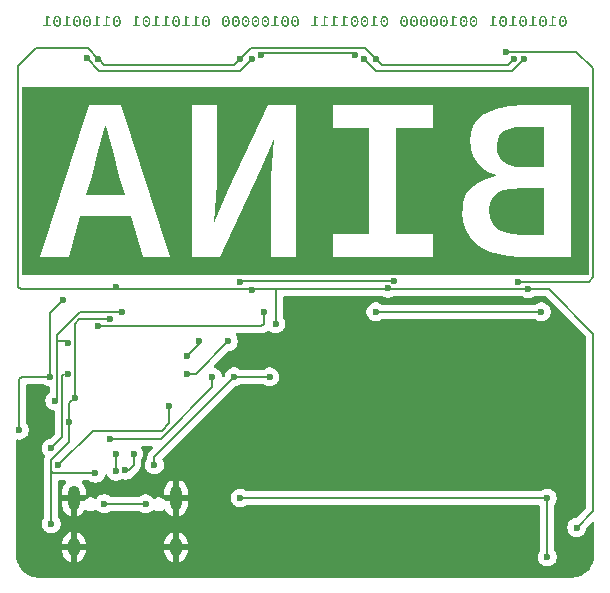
<source format=gbr>
%TF.GenerationSoftware,KiCad,Pcbnew,9.0.4*%
%TF.CreationDate,2025-11-23T20:37:17+01:00*%
%TF.ProjectId,Bina_Badge,42696e61-5f42-4616-9467-652e6b696361,rev?*%
%TF.SameCoordinates,Original*%
%TF.FileFunction,Copper,L2,Bot*%
%TF.FilePolarity,Positive*%
%FSLAX46Y46*%
G04 Gerber Fmt 4.6, Leading zero omitted, Abs format (unit mm)*
G04 Created by KiCad (PCBNEW 9.0.4) date 2025-11-23 20:37:17*
%MOMM*%
%LPD*%
G01*
G04 APERTURE LIST*
%ADD10C,0.300000*%
%ADD11C,0.250000*%
%TA.AperFunction,ComponentPad*%
%ADD12O,1.000000X2.100000*%
%TD*%
%TA.AperFunction,ComponentPad*%
%ADD13O,1.000000X1.600000*%
%TD*%
%TA.AperFunction,ViaPad*%
%ADD14C,0.600000*%
%TD*%
%TA.AperFunction,Conductor*%
%ADD15C,0.200000*%
%TD*%
G04 APERTURE END LIST*
D10*
G36*
X103697888Y-58402464D02*
G01*
X104286024Y-60489153D01*
X104736530Y-62056947D01*
X101482971Y-62056947D01*
X101934332Y-60489153D01*
X102502807Y-58402464D01*
X103071283Y-56255936D01*
X103149074Y-56255936D01*
X103697888Y-58402464D01*
G37*
G36*
X140239304Y-65487460D02*
G01*
X138435571Y-65487460D01*
X137503898Y-65420920D01*
X136805958Y-65243295D01*
X136289897Y-64977970D01*
X135889491Y-64586014D01*
X135643480Y-64070221D01*
X135554727Y-63389659D01*
X135641562Y-62749827D01*
X135880693Y-62277379D01*
X136270236Y-61929575D01*
X136769075Y-61703360D01*
X137470637Y-61547784D01*
X138435571Y-61488472D01*
X140239304Y-61488472D01*
X140239304Y-65487460D01*
G37*
G36*
X140239304Y-59764240D02*
G01*
X138729639Y-59764240D01*
X137847931Y-59700295D01*
X137230153Y-59534453D01*
X136808791Y-59294072D01*
X136488381Y-58942026D01*
X136291257Y-58494410D01*
X136220655Y-57921183D01*
X136295187Y-57367551D01*
X136498854Y-56966138D01*
X136828453Y-56677377D01*
X137252051Y-56491849D01*
X137854552Y-56363305D01*
X138690316Y-56314065D01*
X140239304Y-56314065D01*
X140239304Y-59764240D01*
G37*
G36*
X144067906Y-68865557D02*
G01*
X96027590Y-68865557D01*
X96027590Y-67310001D01*
X97583146Y-67310001D01*
X99993823Y-67310001D01*
X100973481Y-63841019D01*
X105246876Y-63841019D01*
X106246195Y-67310001D01*
X108558565Y-67310001D01*
X110390508Y-67310001D01*
X112781523Y-67310001D01*
X116172713Y-60096776D01*
X117328470Y-57373225D01*
X117387455Y-57373225D01*
X117191694Y-59509495D01*
X117102920Y-60622506D01*
X117073725Y-61704749D01*
X117073725Y-67310001D01*
X119249318Y-67310001D01*
X119249318Y-56412373D01*
X122335327Y-56412373D01*
X125432448Y-56412373D01*
X125432448Y-65389153D01*
X122335327Y-65389153D01*
X122335327Y-67310001D01*
X130802616Y-67310001D01*
X130802616Y-65389153D01*
X127705494Y-65389153D01*
X127705494Y-63546951D01*
X133320149Y-63546951D01*
X133395043Y-64375635D01*
X133607100Y-65072647D01*
X133947609Y-65663559D01*
X134410410Y-66169008D01*
X134982913Y-66583166D01*
X135682099Y-66908221D01*
X136430428Y-67126177D01*
X137265875Y-67262497D01*
X138200487Y-67310001D01*
X142512350Y-67310001D01*
X142512350Y-54491525D01*
X138533879Y-54491525D01*
X137244875Y-54569457D01*
X136182186Y-54785594D01*
X135533522Y-55034567D01*
X135003721Y-55364691D01*
X134575068Y-55775510D01*
X134258666Y-56270427D01*
X134058782Y-56883693D01*
X133986932Y-57646776D01*
X134014638Y-57921183D01*
X134046014Y-58231936D01*
X134223415Y-58793853D01*
X134526342Y-59342799D01*
X134937199Y-59803713D01*
X135485381Y-60166420D01*
X136200993Y-60430168D01*
X136200993Y-60508814D01*
X135302995Y-60736986D01*
X134603345Y-61067068D01*
X134064723Y-61489327D01*
X133661897Y-62028732D01*
X133410351Y-62701779D01*
X133336936Y-63389659D01*
X133320149Y-63546951D01*
X127705494Y-63546951D01*
X127705494Y-56412373D01*
X130802616Y-56412373D01*
X130802616Y-54491525D01*
X122335327Y-54491525D01*
X122335327Y-56412373D01*
X119249318Y-56412373D01*
X119249318Y-54491525D01*
X116858303Y-54491525D01*
X113467968Y-61685088D01*
X112311356Y-64429156D01*
X112252371Y-64429156D01*
X112448987Y-62292886D01*
X112537385Y-61145148D01*
X112566101Y-60058308D01*
X112566101Y-54491525D01*
X110390508Y-54491525D01*
X110390508Y-67310001D01*
X108558565Y-67310001D01*
X104403994Y-54491525D01*
X101737717Y-54491525D01*
X99285703Y-62056947D01*
X97583146Y-67310001D01*
X96027590Y-67310001D01*
X96027590Y-52935969D01*
X144067906Y-52935969D01*
X144067906Y-68865557D01*
G37*
D11*
G36*
X141855893Y-47282287D02*
G01*
X141887211Y-47302252D01*
X141902867Y-47321643D01*
X141912492Y-47345449D01*
X141915910Y-47374975D01*
X141912492Y-47404544D01*
X141902867Y-47428391D01*
X141887211Y-47447821D01*
X141855898Y-47467737D01*
X141819312Y-47474382D01*
X141781640Y-47467654D01*
X141750741Y-47447821D01*
X141735481Y-47428442D01*
X141726065Y-47404596D01*
X141722714Y-47374975D01*
X141726064Y-47345397D01*
X141735481Y-47321592D01*
X141750741Y-47302252D01*
X141781645Y-47282371D01*
X141819312Y-47275629D01*
X141855893Y-47282287D01*
G37*
G36*
X141879256Y-46927714D02*
G01*
X141932316Y-46941825D01*
X141979710Y-46964784D01*
X142022357Y-46996876D01*
X142060807Y-47039019D01*
X142097065Y-47098380D01*
X142124873Y-47172844D01*
X142143081Y-47265638D01*
X142149711Y-47380593D01*
X142143168Y-47494571D01*
X142125087Y-47587889D01*
X142097281Y-47663968D01*
X142060807Y-47725708D01*
X142022099Y-47769867D01*
X141979308Y-47803319D01*
X141931911Y-47827144D01*
X141878992Y-47841739D01*
X141819312Y-47846791D01*
X141759604Y-47841738D01*
X141706673Y-47827140D01*
X141659277Y-47803313D01*
X141616500Y-47769862D01*
X141577817Y-47725708D01*
X141541343Y-47663968D01*
X141513537Y-47587889D01*
X141495456Y-47494571D01*
X141488912Y-47380593D01*
X141634481Y-47380593D01*
X141638715Y-47475671D01*
X141649996Y-47548073D01*
X141666518Y-47602169D01*
X141686993Y-47641749D01*
X141716465Y-47677836D01*
X141747891Y-47701975D01*
X141781814Y-47716068D01*
X141819312Y-47720823D01*
X141856778Y-47716070D01*
X141890680Y-47701979D01*
X141922098Y-47677840D01*
X141951569Y-47641749D01*
X141972045Y-47602169D01*
X141988567Y-47548073D01*
X141999847Y-47475671D01*
X142004082Y-47380593D01*
X142000986Y-47299030D01*
X141992652Y-47235185D01*
X141980329Y-47185992D01*
X141961070Y-47139320D01*
X141939027Y-47105158D01*
X141914506Y-47081029D01*
X141885160Y-47063072D01*
X141853679Y-47052404D01*
X141819312Y-47048789D01*
X141784906Y-47052407D01*
X141753426Y-47063077D01*
X141724118Y-47081029D01*
X141699597Y-47105158D01*
X141677554Y-47139320D01*
X141658295Y-47185992D01*
X141645939Y-47235188D01*
X141637584Y-47299032D01*
X141634481Y-47380593D01*
X141488912Y-47380593D01*
X141495543Y-47265638D01*
X141513751Y-47172844D01*
X141541559Y-47098380D01*
X141577817Y-47039019D01*
X141616243Y-46996881D01*
X141658875Y-46964790D01*
X141706268Y-46941829D01*
X141759340Y-46927715D01*
X141819312Y-46922821D01*
X141879256Y-46927714D01*
G37*
G36*
X141276849Y-47830000D02*
G01*
X141276849Y-47698414D01*
X141029064Y-47698414D01*
X141029064Y-47113208D01*
X141226473Y-47113208D01*
X141226473Y-47012397D01*
X141146298Y-46998013D01*
X141087866Y-46983026D01*
X141034731Y-46963625D01*
X140985650Y-46939612D01*
X140868047Y-46939612D01*
X140868047Y-47698414D01*
X140649694Y-47698414D01*
X140649694Y-47830000D01*
X141276849Y-47830000D01*
G37*
G36*
X140177457Y-47282287D02*
G01*
X140208775Y-47302252D01*
X140224430Y-47321643D01*
X140234055Y-47345449D01*
X140237473Y-47374975D01*
X140234055Y-47404544D01*
X140224430Y-47428391D01*
X140208775Y-47447821D01*
X140177461Y-47467737D01*
X140140875Y-47474382D01*
X140103203Y-47467654D01*
X140072304Y-47447821D01*
X140057045Y-47428442D01*
X140047628Y-47404596D01*
X140044277Y-47374975D01*
X140047628Y-47345397D01*
X140057044Y-47321592D01*
X140072304Y-47302252D01*
X140103208Y-47282371D01*
X140140875Y-47275629D01*
X140177457Y-47282287D01*
G37*
G36*
X140200819Y-46927714D02*
G01*
X140253879Y-46941825D01*
X140301273Y-46964784D01*
X140343920Y-46996876D01*
X140382370Y-47039019D01*
X140418628Y-47098380D01*
X140446436Y-47172844D01*
X140464644Y-47265638D01*
X140471275Y-47380593D01*
X140464731Y-47494571D01*
X140446650Y-47587889D01*
X140418844Y-47663968D01*
X140382370Y-47725708D01*
X140343662Y-47769867D01*
X140300871Y-47803319D01*
X140253474Y-47827144D01*
X140200555Y-47841739D01*
X140140875Y-47846791D01*
X140081167Y-47841738D01*
X140028236Y-47827140D01*
X139980841Y-47803313D01*
X139938063Y-47769862D01*
X139899380Y-47725708D01*
X139862906Y-47663968D01*
X139835100Y-47587889D01*
X139817019Y-47494571D01*
X139810476Y-47380593D01*
X139956044Y-47380593D01*
X139960279Y-47475671D01*
X139971559Y-47548073D01*
X139988081Y-47602169D01*
X140008557Y-47641749D01*
X140038028Y-47677836D01*
X140069455Y-47701975D01*
X140103377Y-47716068D01*
X140140875Y-47720823D01*
X140178341Y-47716070D01*
X140212244Y-47701979D01*
X140243661Y-47677840D01*
X140273133Y-47641749D01*
X140293608Y-47602169D01*
X140310130Y-47548073D01*
X140321410Y-47475671D01*
X140325645Y-47380593D01*
X140322549Y-47299030D01*
X140314216Y-47235185D01*
X140301892Y-47185992D01*
X140282633Y-47139320D01*
X140260590Y-47105158D01*
X140236069Y-47081029D01*
X140206723Y-47063072D01*
X140175242Y-47052404D01*
X140140875Y-47048789D01*
X140106469Y-47052407D01*
X140074990Y-47063077D01*
X140045681Y-47081029D01*
X140021160Y-47105158D01*
X139999117Y-47139320D01*
X139979858Y-47185992D01*
X139967502Y-47235188D01*
X139959148Y-47299032D01*
X139956044Y-47380593D01*
X139810476Y-47380593D01*
X139817106Y-47265638D01*
X139835314Y-47172844D01*
X139863122Y-47098380D01*
X139899380Y-47039019D01*
X139937806Y-46996881D01*
X139980438Y-46964790D01*
X140027831Y-46941829D01*
X140080903Y-46927715D01*
X140140875Y-46922821D01*
X140200819Y-46927714D01*
G37*
G36*
X139598412Y-47830000D02*
G01*
X139598412Y-47698414D01*
X139350627Y-47698414D01*
X139350627Y-47113208D01*
X139548037Y-47113208D01*
X139548037Y-47012397D01*
X139467861Y-46998013D01*
X139409429Y-46983026D01*
X139356294Y-46963625D01*
X139307213Y-46939612D01*
X139189610Y-46939612D01*
X139189610Y-47698414D01*
X138971257Y-47698414D01*
X138971257Y-47830000D01*
X139598412Y-47830000D01*
G37*
G36*
X138499020Y-47282287D02*
G01*
X138530338Y-47302252D01*
X138545994Y-47321643D01*
X138555618Y-47345449D01*
X138559036Y-47374975D01*
X138555618Y-47404544D01*
X138545993Y-47428391D01*
X138530338Y-47447821D01*
X138499024Y-47467737D01*
X138462438Y-47474382D01*
X138424766Y-47467654D01*
X138393867Y-47447821D01*
X138378608Y-47428442D01*
X138369191Y-47404596D01*
X138365840Y-47374975D01*
X138369191Y-47345397D01*
X138378607Y-47321592D01*
X138393867Y-47302252D01*
X138424771Y-47282371D01*
X138462438Y-47275629D01*
X138499020Y-47282287D01*
G37*
G36*
X138522382Y-46927714D02*
G01*
X138575442Y-46941825D01*
X138622836Y-46964784D01*
X138665483Y-46996876D01*
X138703933Y-47039019D01*
X138740191Y-47098380D01*
X138768000Y-47172844D01*
X138786207Y-47265638D01*
X138792838Y-47380593D01*
X138786294Y-47494571D01*
X138768213Y-47587889D01*
X138740407Y-47663968D01*
X138703933Y-47725708D01*
X138665226Y-47769867D01*
X138622434Y-47803319D01*
X138575037Y-47827144D01*
X138522118Y-47841739D01*
X138462438Y-47846791D01*
X138402730Y-47841738D01*
X138349799Y-47827140D01*
X138302404Y-47803313D01*
X138259626Y-47769862D01*
X138220943Y-47725708D01*
X138184469Y-47663968D01*
X138156663Y-47587889D01*
X138138582Y-47494571D01*
X138132039Y-47380593D01*
X138277607Y-47380593D01*
X138281842Y-47475671D01*
X138293123Y-47548073D01*
X138309644Y-47602169D01*
X138330120Y-47641749D01*
X138359591Y-47677836D01*
X138391018Y-47701975D01*
X138424940Y-47716068D01*
X138462438Y-47720823D01*
X138499904Y-47716070D01*
X138533807Y-47701979D01*
X138565224Y-47677840D01*
X138594696Y-47641749D01*
X138615171Y-47602169D01*
X138631693Y-47548073D01*
X138642974Y-47475671D01*
X138647208Y-47380593D01*
X138644112Y-47299030D01*
X138635779Y-47235185D01*
X138623455Y-47185992D01*
X138604196Y-47139320D01*
X138582153Y-47105158D01*
X138557632Y-47081029D01*
X138528286Y-47063072D01*
X138496806Y-47052404D01*
X138462438Y-47048789D01*
X138428032Y-47052407D01*
X138396553Y-47063077D01*
X138367245Y-47081029D01*
X138342723Y-47105158D01*
X138320680Y-47139320D01*
X138301421Y-47185992D01*
X138289066Y-47235188D01*
X138280711Y-47299032D01*
X138277607Y-47380593D01*
X138132039Y-47380593D01*
X138138669Y-47265638D01*
X138156877Y-47172844D01*
X138184685Y-47098380D01*
X138220943Y-47039019D01*
X138259369Y-46996881D01*
X138302002Y-46964790D01*
X138349394Y-46941829D01*
X138402466Y-46927715D01*
X138462438Y-46922821D01*
X138522382Y-46927714D01*
G37*
G36*
X137919975Y-47830000D02*
G01*
X137919975Y-47698414D01*
X137672191Y-47698414D01*
X137672191Y-47113208D01*
X137869600Y-47113208D01*
X137869600Y-47012397D01*
X137789425Y-46998013D01*
X137730992Y-46983026D01*
X137677857Y-46963625D01*
X137628776Y-46939612D01*
X137511173Y-46939612D01*
X137511173Y-47698414D01*
X137292820Y-47698414D01*
X137292820Y-47830000D01*
X137919975Y-47830000D01*
G37*
G36*
X136820583Y-47282287D02*
G01*
X136851901Y-47302252D01*
X136867557Y-47321643D01*
X136877182Y-47345449D01*
X136880599Y-47374975D01*
X136877182Y-47404544D01*
X136867556Y-47428391D01*
X136851901Y-47447821D01*
X136820588Y-47467737D01*
X136784001Y-47474382D01*
X136746330Y-47467654D01*
X136715430Y-47447821D01*
X136700171Y-47428442D01*
X136690754Y-47404596D01*
X136687403Y-47374975D01*
X136690754Y-47345397D01*
X136700170Y-47321592D01*
X136715430Y-47302252D01*
X136746334Y-47282371D01*
X136784001Y-47275629D01*
X136820583Y-47282287D01*
G37*
G36*
X136843945Y-46927714D02*
G01*
X136897005Y-46941825D01*
X136944399Y-46964784D01*
X136987046Y-46996876D01*
X137025497Y-47039019D01*
X137061755Y-47098380D01*
X137089563Y-47172844D01*
X137107770Y-47265638D01*
X137114401Y-47380593D01*
X137107858Y-47494571D01*
X137089776Y-47587889D01*
X137061970Y-47663968D01*
X137025497Y-47725708D01*
X136986789Y-47769867D01*
X136943998Y-47803319D01*
X136896600Y-47827144D01*
X136843682Y-47841739D01*
X136784001Y-47846791D01*
X136724293Y-47841738D01*
X136671362Y-47827140D01*
X136623967Y-47803313D01*
X136581189Y-47769862D01*
X136542506Y-47725708D01*
X136506032Y-47663968D01*
X136478227Y-47587889D01*
X136460145Y-47494571D01*
X136453602Y-47380593D01*
X136599171Y-47380593D01*
X136603405Y-47475671D01*
X136614686Y-47548073D01*
X136631207Y-47602169D01*
X136651683Y-47641749D01*
X136681154Y-47677836D01*
X136712581Y-47701975D01*
X136746503Y-47716068D01*
X136784001Y-47720823D01*
X136821467Y-47716070D01*
X136855370Y-47701979D01*
X136886787Y-47677840D01*
X136916259Y-47641749D01*
X136936735Y-47602169D01*
X136953256Y-47548073D01*
X136964537Y-47475671D01*
X136968771Y-47380593D01*
X136965676Y-47299030D01*
X136957342Y-47235185D01*
X136945018Y-47185992D01*
X136925759Y-47139320D01*
X136903716Y-47105158D01*
X136879195Y-47081029D01*
X136849849Y-47063072D01*
X136818369Y-47052404D01*
X136784001Y-47048789D01*
X136749595Y-47052407D01*
X136718116Y-47063077D01*
X136688808Y-47081029D01*
X136664287Y-47105158D01*
X136642244Y-47139320D01*
X136622984Y-47185992D01*
X136610629Y-47235188D01*
X136602274Y-47299032D01*
X136599171Y-47380593D01*
X136453602Y-47380593D01*
X136460232Y-47265638D01*
X136478440Y-47172844D01*
X136506248Y-47098380D01*
X136542506Y-47039019D01*
X136580932Y-46996881D01*
X136623565Y-46964790D01*
X136670957Y-46941829D01*
X136724029Y-46927715D01*
X136784001Y-46922821D01*
X136843945Y-46927714D01*
G37*
G36*
X136241538Y-47830000D02*
G01*
X136241538Y-47698414D01*
X135993754Y-47698414D01*
X135993754Y-47113208D01*
X136191163Y-47113208D01*
X136191163Y-47012397D01*
X136110988Y-46998013D01*
X136052555Y-46983026D01*
X135999421Y-46963625D01*
X135950339Y-46939612D01*
X135832737Y-46939612D01*
X135832737Y-47698414D01*
X135614383Y-47698414D01*
X135614383Y-47830000D01*
X136241538Y-47830000D01*
G37*
G36*
X134302928Y-47282287D02*
G01*
X134334246Y-47302252D01*
X134349901Y-47321643D01*
X134359526Y-47345449D01*
X134362944Y-47374975D01*
X134359526Y-47404544D01*
X134349901Y-47428391D01*
X134334246Y-47447821D01*
X134302932Y-47467737D01*
X134266346Y-47474382D01*
X134228674Y-47467654D01*
X134197775Y-47447821D01*
X134182516Y-47428442D01*
X134173099Y-47404596D01*
X134169748Y-47374975D01*
X134173099Y-47345397D01*
X134182515Y-47321592D01*
X134197775Y-47302252D01*
X134228679Y-47282371D01*
X134266346Y-47275629D01*
X134302928Y-47282287D01*
G37*
G36*
X134326290Y-46927714D02*
G01*
X134379350Y-46941825D01*
X134426744Y-46964784D01*
X134469391Y-46996876D01*
X134507841Y-47039019D01*
X134544099Y-47098380D01*
X134571907Y-47172844D01*
X134590115Y-47265638D01*
X134596746Y-47380593D01*
X134590202Y-47494571D01*
X134572121Y-47587889D01*
X134544315Y-47663968D01*
X134507841Y-47725708D01*
X134469133Y-47769867D01*
X134426342Y-47803319D01*
X134378945Y-47827144D01*
X134326026Y-47841739D01*
X134266346Y-47846791D01*
X134206638Y-47841738D01*
X134153707Y-47827140D01*
X134106312Y-47803313D01*
X134063534Y-47769862D01*
X134024851Y-47725708D01*
X133988377Y-47663968D01*
X133960571Y-47587889D01*
X133942490Y-47494571D01*
X133935947Y-47380593D01*
X134081515Y-47380593D01*
X134085750Y-47475671D01*
X134097030Y-47548073D01*
X134113552Y-47602169D01*
X134134028Y-47641749D01*
X134163499Y-47677836D01*
X134194926Y-47701975D01*
X134228848Y-47716068D01*
X134266346Y-47720823D01*
X134303812Y-47716070D01*
X134337715Y-47701979D01*
X134369132Y-47677840D01*
X134398604Y-47641749D01*
X134419079Y-47602169D01*
X134435601Y-47548073D01*
X134446882Y-47475671D01*
X134451116Y-47380593D01*
X134448020Y-47299030D01*
X134439687Y-47235185D01*
X134427363Y-47185992D01*
X134408104Y-47139320D01*
X134386061Y-47105158D01*
X134361540Y-47081029D01*
X134332194Y-47063072D01*
X134300713Y-47052404D01*
X134266346Y-47048789D01*
X134231940Y-47052407D01*
X134200461Y-47063077D01*
X134171152Y-47081029D01*
X134146631Y-47105158D01*
X134124588Y-47139320D01*
X134105329Y-47185992D01*
X134092974Y-47235188D01*
X134084619Y-47299032D01*
X134081515Y-47380593D01*
X133935947Y-47380593D01*
X133942577Y-47265638D01*
X133960785Y-47172844D01*
X133988593Y-47098380D01*
X134024851Y-47039019D01*
X134063277Y-46996881D01*
X134105909Y-46964790D01*
X134153302Y-46941829D01*
X134206374Y-46927715D01*
X134266346Y-46922821D01*
X134326290Y-46927714D01*
G37*
G36*
X133463709Y-47282287D02*
G01*
X133495027Y-47302252D01*
X133510683Y-47321643D01*
X133520308Y-47345449D01*
X133523726Y-47374975D01*
X133520308Y-47404544D01*
X133510682Y-47428391D01*
X133495027Y-47447821D01*
X133463714Y-47467737D01*
X133427128Y-47474382D01*
X133389456Y-47467654D01*
X133358557Y-47447821D01*
X133343297Y-47428442D01*
X133333880Y-47404596D01*
X133330530Y-47374975D01*
X133333880Y-47345397D01*
X133343297Y-47321592D01*
X133358557Y-47302252D01*
X133389461Y-47282371D01*
X133427128Y-47275629D01*
X133463709Y-47282287D01*
G37*
G36*
X133487071Y-46927714D02*
G01*
X133540131Y-46941825D01*
X133587526Y-46964784D01*
X133630172Y-46996876D01*
X133668623Y-47039019D01*
X133704881Y-47098380D01*
X133732689Y-47172844D01*
X133750897Y-47265638D01*
X133757527Y-47380593D01*
X133750984Y-47494571D01*
X133732902Y-47587889D01*
X133705097Y-47663968D01*
X133668623Y-47725708D01*
X133629915Y-47769867D01*
X133587124Y-47803319D01*
X133539727Y-47827144D01*
X133486808Y-47841739D01*
X133427128Y-47846791D01*
X133367419Y-47841738D01*
X133314489Y-47827140D01*
X133267093Y-47803313D01*
X133224316Y-47769862D01*
X133185633Y-47725708D01*
X133149159Y-47663968D01*
X133121353Y-47587889D01*
X133103271Y-47494571D01*
X133096728Y-47380593D01*
X133242297Y-47380593D01*
X133246531Y-47475671D01*
X133257812Y-47548073D01*
X133274333Y-47602169D01*
X133294809Y-47641749D01*
X133324281Y-47677836D01*
X133355707Y-47701975D01*
X133389630Y-47716068D01*
X133427128Y-47720823D01*
X133464594Y-47716070D01*
X133498496Y-47701979D01*
X133529913Y-47677840D01*
X133559385Y-47641749D01*
X133579861Y-47602169D01*
X133596382Y-47548073D01*
X133607663Y-47475671D01*
X133611897Y-47380593D01*
X133608802Y-47299030D01*
X133600468Y-47235185D01*
X133588145Y-47185992D01*
X133568886Y-47139320D01*
X133546843Y-47105158D01*
X133522321Y-47081029D01*
X133492976Y-47063072D01*
X133461495Y-47052404D01*
X133427128Y-47048789D01*
X133392722Y-47052407D01*
X133361242Y-47063077D01*
X133331934Y-47081029D01*
X133307413Y-47105158D01*
X133285370Y-47139320D01*
X133266111Y-47185992D01*
X133253755Y-47235188D01*
X133245400Y-47299032D01*
X133242297Y-47380593D01*
X133096728Y-47380593D01*
X133103359Y-47265638D01*
X133121566Y-47172844D01*
X133149374Y-47098380D01*
X133185633Y-47039019D01*
X133224058Y-46996881D01*
X133266691Y-46964790D01*
X133314084Y-46941829D01*
X133367156Y-46927715D01*
X133427128Y-46922821D01*
X133487071Y-46927714D01*
G37*
G36*
X132884664Y-47830000D02*
G01*
X132884664Y-47698414D01*
X132636880Y-47698414D01*
X132636880Y-47113208D01*
X132834289Y-47113208D01*
X132834289Y-47012397D01*
X132754114Y-46998013D01*
X132695681Y-46983026D01*
X132642547Y-46963625D01*
X132593466Y-46939612D01*
X132475863Y-46939612D01*
X132475863Y-47698414D01*
X132257510Y-47698414D01*
X132257510Y-47830000D01*
X132884664Y-47830000D01*
G37*
G36*
X131785272Y-47282287D02*
G01*
X131816590Y-47302252D01*
X131832246Y-47321643D01*
X131841871Y-47345449D01*
X131845289Y-47374975D01*
X131841871Y-47404544D01*
X131832245Y-47428391D01*
X131816590Y-47447821D01*
X131785277Y-47467737D01*
X131748691Y-47474382D01*
X131711019Y-47467654D01*
X131680120Y-47447821D01*
X131664860Y-47428442D01*
X131655443Y-47404596D01*
X131652093Y-47374975D01*
X131655443Y-47345397D01*
X131664860Y-47321592D01*
X131680120Y-47302252D01*
X131711024Y-47282371D01*
X131748691Y-47275629D01*
X131785272Y-47282287D01*
G37*
G36*
X131808635Y-46927714D02*
G01*
X131861694Y-46941825D01*
X131909089Y-46964784D01*
X131951736Y-46996876D01*
X131990186Y-47039019D01*
X132026444Y-47098380D01*
X132054252Y-47172844D01*
X132072460Y-47265638D01*
X132079090Y-47380593D01*
X132072547Y-47494571D01*
X132054466Y-47587889D01*
X132026660Y-47663968D01*
X131990186Y-47725708D01*
X131951478Y-47769867D01*
X131908687Y-47803319D01*
X131861290Y-47827144D01*
X131808371Y-47841739D01*
X131748691Y-47846791D01*
X131688983Y-47841738D01*
X131636052Y-47827140D01*
X131588656Y-47803313D01*
X131545879Y-47769862D01*
X131507196Y-47725708D01*
X131470722Y-47663968D01*
X131442916Y-47587889D01*
X131424835Y-47494571D01*
X131418291Y-47380593D01*
X131563860Y-47380593D01*
X131568094Y-47475671D01*
X131579375Y-47548073D01*
X131595897Y-47602169D01*
X131616372Y-47641749D01*
X131645844Y-47677836D01*
X131677270Y-47701975D01*
X131711193Y-47716068D01*
X131748691Y-47720823D01*
X131786157Y-47716070D01*
X131820059Y-47701979D01*
X131851476Y-47677840D01*
X131880948Y-47641749D01*
X131901424Y-47602169D01*
X131917946Y-47548073D01*
X131929226Y-47475671D01*
X131933461Y-47380593D01*
X131930365Y-47299030D01*
X131922031Y-47235185D01*
X131909708Y-47185992D01*
X131890449Y-47139320D01*
X131868406Y-47105158D01*
X131843884Y-47081029D01*
X131814539Y-47063072D01*
X131783058Y-47052404D01*
X131748691Y-47048789D01*
X131714285Y-47052407D01*
X131682805Y-47063077D01*
X131653497Y-47081029D01*
X131628976Y-47105158D01*
X131606933Y-47139320D01*
X131587674Y-47185992D01*
X131575318Y-47235188D01*
X131566963Y-47299032D01*
X131563860Y-47380593D01*
X131418291Y-47380593D01*
X131424922Y-47265638D01*
X131443129Y-47172844D01*
X131470938Y-47098380D01*
X131507196Y-47039019D01*
X131545621Y-46996881D01*
X131588254Y-46964790D01*
X131635647Y-46941829D01*
X131688719Y-46927715D01*
X131748691Y-46922821D01*
X131808635Y-46927714D01*
G37*
G36*
X130946054Y-47282287D02*
G01*
X130977372Y-47302252D01*
X130993028Y-47321643D01*
X131002653Y-47345449D01*
X131006070Y-47374975D01*
X131002653Y-47404544D01*
X130993027Y-47428391D01*
X130977372Y-47447821D01*
X130946059Y-47467737D01*
X130909472Y-47474382D01*
X130871801Y-47467654D01*
X130840901Y-47447821D01*
X130825642Y-47428442D01*
X130816225Y-47404596D01*
X130812874Y-47374975D01*
X130816225Y-47345397D01*
X130825641Y-47321592D01*
X130840901Y-47302252D01*
X130871805Y-47282371D01*
X130909472Y-47275629D01*
X130946054Y-47282287D01*
G37*
G36*
X130969416Y-46927714D02*
G01*
X131022476Y-46941825D01*
X131069871Y-46964784D01*
X131112517Y-46996876D01*
X131150968Y-47039019D01*
X131187226Y-47098380D01*
X131215034Y-47172844D01*
X131233241Y-47265638D01*
X131239872Y-47380593D01*
X131233329Y-47494571D01*
X131215247Y-47587889D01*
X131187442Y-47663968D01*
X131150968Y-47725708D01*
X131112260Y-47769867D01*
X131069469Y-47803319D01*
X131022071Y-47827144D01*
X130969153Y-47841739D01*
X130909472Y-47846791D01*
X130849764Y-47841738D01*
X130796833Y-47827140D01*
X130749438Y-47803313D01*
X130706660Y-47769862D01*
X130667977Y-47725708D01*
X130631503Y-47663968D01*
X130603698Y-47587889D01*
X130585616Y-47494571D01*
X130579073Y-47380593D01*
X130724642Y-47380593D01*
X130728876Y-47475671D01*
X130740157Y-47548073D01*
X130756678Y-47602169D01*
X130777154Y-47641749D01*
X130806625Y-47677836D01*
X130838052Y-47701975D01*
X130871974Y-47716068D01*
X130909472Y-47720823D01*
X130946938Y-47716070D01*
X130980841Y-47701979D01*
X131012258Y-47677840D01*
X131041730Y-47641749D01*
X131062206Y-47602169D01*
X131078727Y-47548073D01*
X131090008Y-47475671D01*
X131094242Y-47380593D01*
X131091147Y-47299030D01*
X131082813Y-47235185D01*
X131070490Y-47185992D01*
X131051230Y-47139320D01*
X131029187Y-47105158D01*
X131004666Y-47081029D01*
X130975321Y-47063072D01*
X130943840Y-47052404D01*
X130909472Y-47048789D01*
X130875066Y-47052407D01*
X130843587Y-47063077D01*
X130814279Y-47081029D01*
X130789758Y-47105158D01*
X130767715Y-47139320D01*
X130748455Y-47185992D01*
X130736100Y-47235188D01*
X130727745Y-47299032D01*
X130724642Y-47380593D01*
X130579073Y-47380593D01*
X130585703Y-47265638D01*
X130603911Y-47172844D01*
X130631719Y-47098380D01*
X130667977Y-47039019D01*
X130706403Y-46996881D01*
X130749036Y-46964790D01*
X130796428Y-46941829D01*
X130849500Y-46927715D01*
X130909472Y-46922821D01*
X130969416Y-46927714D01*
G37*
G36*
X130106836Y-47282287D02*
G01*
X130138154Y-47302252D01*
X130153809Y-47321643D01*
X130163434Y-47345449D01*
X130166852Y-47374975D01*
X130163434Y-47404544D01*
X130153809Y-47428391D01*
X130138154Y-47447821D01*
X130106840Y-47467737D01*
X130070254Y-47474382D01*
X130032582Y-47467654D01*
X130001683Y-47447821D01*
X129986424Y-47428442D01*
X129977007Y-47404596D01*
X129973656Y-47374975D01*
X129977006Y-47345397D01*
X129986423Y-47321592D01*
X130001683Y-47302252D01*
X130032587Y-47282371D01*
X130070254Y-47275629D01*
X130106836Y-47282287D01*
G37*
G36*
X130130198Y-46927714D02*
G01*
X130183258Y-46941825D01*
X130230652Y-46964784D01*
X130273299Y-46996876D01*
X130311749Y-47039019D01*
X130348007Y-47098380D01*
X130375815Y-47172844D01*
X130394023Y-47265638D01*
X130400654Y-47380593D01*
X130394110Y-47494571D01*
X130376029Y-47587889D01*
X130348223Y-47663968D01*
X130311749Y-47725708D01*
X130273041Y-47769867D01*
X130230250Y-47803319D01*
X130182853Y-47827144D01*
X130129934Y-47841739D01*
X130070254Y-47846791D01*
X130010546Y-47841738D01*
X129957615Y-47827140D01*
X129910219Y-47803313D01*
X129867442Y-47769862D01*
X129828759Y-47725708D01*
X129792285Y-47663968D01*
X129764479Y-47587889D01*
X129746398Y-47494571D01*
X129739854Y-47380593D01*
X129885423Y-47380593D01*
X129889658Y-47475671D01*
X129900938Y-47548073D01*
X129917460Y-47602169D01*
X129937935Y-47641749D01*
X129967407Y-47677836D01*
X129998833Y-47701975D01*
X130032756Y-47716068D01*
X130070254Y-47720823D01*
X130107720Y-47716070D01*
X130141623Y-47701979D01*
X130173040Y-47677840D01*
X130202512Y-47641749D01*
X130222987Y-47602169D01*
X130239509Y-47548073D01*
X130250789Y-47475671D01*
X130255024Y-47380593D01*
X130251928Y-47299030D01*
X130243594Y-47235185D01*
X130231271Y-47185992D01*
X130212012Y-47139320D01*
X130189969Y-47105158D01*
X130165448Y-47081029D01*
X130136102Y-47063072D01*
X130104621Y-47052404D01*
X130070254Y-47048789D01*
X130035848Y-47052407D01*
X130004368Y-47063077D01*
X129975060Y-47081029D01*
X129950539Y-47105158D01*
X129928496Y-47139320D01*
X129909237Y-47185992D01*
X129896881Y-47235188D01*
X129888527Y-47299032D01*
X129885423Y-47380593D01*
X129739854Y-47380593D01*
X129746485Y-47265638D01*
X129764693Y-47172844D01*
X129792501Y-47098380D01*
X129828759Y-47039019D01*
X129867185Y-46996881D01*
X129909817Y-46964790D01*
X129957210Y-46941829D01*
X130010282Y-46927715D01*
X130070254Y-46922821D01*
X130130198Y-46927714D01*
G37*
G36*
X129267617Y-47282287D02*
G01*
X129298935Y-47302252D01*
X129314591Y-47321643D01*
X129324216Y-47345449D01*
X129327634Y-47374975D01*
X129324216Y-47404544D01*
X129314590Y-47428391D01*
X129298935Y-47447821D01*
X129267622Y-47467737D01*
X129231036Y-47474382D01*
X129193364Y-47467654D01*
X129162464Y-47447821D01*
X129147205Y-47428442D01*
X129137788Y-47404596D01*
X129134438Y-47374975D01*
X129137788Y-47345397D01*
X129147204Y-47321592D01*
X129162464Y-47302252D01*
X129193369Y-47282371D01*
X129231036Y-47275629D01*
X129267617Y-47282287D01*
G37*
G36*
X129290979Y-46927714D02*
G01*
X129344039Y-46941825D01*
X129391434Y-46964784D01*
X129434080Y-46996876D01*
X129472531Y-47039019D01*
X129508789Y-47098380D01*
X129536597Y-47172844D01*
X129554805Y-47265638D01*
X129561435Y-47380593D01*
X129554892Y-47494571D01*
X129536810Y-47587889D01*
X129509005Y-47663968D01*
X129472531Y-47725708D01*
X129433823Y-47769867D01*
X129391032Y-47803319D01*
X129343635Y-47827144D01*
X129290716Y-47841739D01*
X129231036Y-47846791D01*
X129171327Y-47841738D01*
X129118396Y-47827140D01*
X129071001Y-47803313D01*
X129028224Y-47769862D01*
X128989540Y-47725708D01*
X128953067Y-47663968D01*
X128925261Y-47587889D01*
X128907179Y-47494571D01*
X128900636Y-47380593D01*
X129046205Y-47380593D01*
X129050439Y-47475671D01*
X129061720Y-47548073D01*
X129078241Y-47602169D01*
X129098717Y-47641749D01*
X129128188Y-47677836D01*
X129159615Y-47701975D01*
X129193538Y-47716068D01*
X129231036Y-47720823D01*
X129268502Y-47716070D01*
X129302404Y-47701979D01*
X129333821Y-47677840D01*
X129363293Y-47641749D01*
X129383769Y-47602169D01*
X129400290Y-47548073D01*
X129411571Y-47475671D01*
X129415805Y-47380593D01*
X129412710Y-47299030D01*
X129404376Y-47235185D01*
X129392053Y-47185992D01*
X129372793Y-47139320D01*
X129350750Y-47105158D01*
X129326229Y-47081029D01*
X129296884Y-47063072D01*
X129265403Y-47052404D01*
X129231036Y-47048789D01*
X129196629Y-47052407D01*
X129165150Y-47063077D01*
X129135842Y-47081029D01*
X129111321Y-47105158D01*
X129089278Y-47139320D01*
X129070018Y-47185992D01*
X129057663Y-47235188D01*
X129049308Y-47299032D01*
X129046205Y-47380593D01*
X128900636Y-47380593D01*
X128907267Y-47265638D01*
X128925474Y-47172844D01*
X128953282Y-47098380D01*
X128989540Y-47039019D01*
X129027966Y-46996881D01*
X129070599Y-46964790D01*
X129117992Y-46941829D01*
X129171063Y-46927715D01*
X129231036Y-46922821D01*
X129290979Y-46927714D01*
G37*
G36*
X128428399Y-47282287D02*
G01*
X128459717Y-47302252D01*
X128475372Y-47321643D01*
X128484997Y-47345449D01*
X128488415Y-47374975D01*
X128484997Y-47404544D01*
X128475372Y-47428391D01*
X128459717Y-47447821D01*
X128428403Y-47467737D01*
X128391817Y-47474382D01*
X128354145Y-47467654D01*
X128323246Y-47447821D01*
X128307987Y-47428442D01*
X128298570Y-47404596D01*
X128295219Y-47374975D01*
X128298570Y-47345397D01*
X128307986Y-47321592D01*
X128323246Y-47302252D01*
X128354150Y-47282371D01*
X128391817Y-47275629D01*
X128428399Y-47282287D01*
G37*
G36*
X128451761Y-46927714D02*
G01*
X128504821Y-46941825D01*
X128552215Y-46964784D01*
X128594862Y-46996876D01*
X128633312Y-47039019D01*
X128669570Y-47098380D01*
X128697379Y-47172844D01*
X128715586Y-47265638D01*
X128722217Y-47380593D01*
X128715673Y-47494571D01*
X128697592Y-47587889D01*
X128669786Y-47663968D01*
X128633312Y-47725708D01*
X128594605Y-47769867D01*
X128551813Y-47803319D01*
X128504416Y-47827144D01*
X128451497Y-47841739D01*
X128391817Y-47846791D01*
X128332109Y-47841738D01*
X128279178Y-47827140D01*
X128231783Y-47803313D01*
X128189005Y-47769862D01*
X128150322Y-47725708D01*
X128113848Y-47663968D01*
X128086042Y-47587889D01*
X128067961Y-47494571D01*
X128061418Y-47380593D01*
X128206986Y-47380593D01*
X128211221Y-47475671D01*
X128222501Y-47548073D01*
X128239023Y-47602169D01*
X128259499Y-47641749D01*
X128288970Y-47677836D01*
X128320397Y-47701975D01*
X128354319Y-47716068D01*
X128391817Y-47720823D01*
X128429283Y-47716070D01*
X128463186Y-47701979D01*
X128494603Y-47677840D01*
X128524075Y-47641749D01*
X128544550Y-47602169D01*
X128561072Y-47548073D01*
X128572353Y-47475671D01*
X128576587Y-47380593D01*
X128573491Y-47299030D01*
X128565158Y-47235185D01*
X128552834Y-47185992D01*
X128533575Y-47139320D01*
X128511532Y-47105158D01*
X128487011Y-47081029D01*
X128457665Y-47063072D01*
X128426184Y-47052404D01*
X128391817Y-47048789D01*
X128357411Y-47052407D01*
X128325932Y-47063077D01*
X128296624Y-47081029D01*
X128272102Y-47105158D01*
X128250059Y-47139320D01*
X128230800Y-47185992D01*
X128218445Y-47235188D01*
X128210090Y-47299032D01*
X128206986Y-47380593D01*
X128061418Y-47380593D01*
X128068048Y-47265638D01*
X128086256Y-47172844D01*
X128114064Y-47098380D01*
X128150322Y-47039019D01*
X128188748Y-46996881D01*
X128231381Y-46964790D01*
X128278773Y-46941829D01*
X128331845Y-46927715D01*
X128391817Y-46922821D01*
X128451761Y-46927714D01*
G37*
G36*
X126749962Y-47282287D02*
G01*
X126781280Y-47302252D01*
X126796936Y-47321643D01*
X126806561Y-47345449D01*
X126809978Y-47374975D01*
X126806560Y-47404544D01*
X126796935Y-47428391D01*
X126781280Y-47447821D01*
X126749966Y-47467737D01*
X126713380Y-47474382D01*
X126675709Y-47467654D01*
X126644809Y-47447821D01*
X126629550Y-47428442D01*
X126620133Y-47404596D01*
X126616782Y-47374975D01*
X126620133Y-47345397D01*
X126629549Y-47321592D01*
X126644809Y-47302252D01*
X126675713Y-47282371D01*
X126713380Y-47275629D01*
X126749962Y-47282287D01*
G37*
G36*
X126773324Y-46927714D02*
G01*
X126826384Y-46941825D01*
X126873778Y-46964784D01*
X126916425Y-46996876D01*
X126954875Y-47039019D01*
X126991134Y-47098380D01*
X127018942Y-47172844D01*
X127037149Y-47265638D01*
X127043780Y-47380593D01*
X127037237Y-47494571D01*
X127019155Y-47587889D01*
X126991349Y-47663968D01*
X126954875Y-47725708D01*
X126916168Y-47769867D01*
X126873376Y-47803319D01*
X126825979Y-47827144D01*
X126773060Y-47841739D01*
X126713380Y-47846791D01*
X126653672Y-47841738D01*
X126600741Y-47827140D01*
X126553346Y-47803313D01*
X126510568Y-47769862D01*
X126471885Y-47725708D01*
X126435411Y-47663968D01*
X126407606Y-47587889D01*
X126389524Y-47494571D01*
X126382981Y-47380593D01*
X126528550Y-47380593D01*
X126532784Y-47475671D01*
X126544065Y-47548073D01*
X126560586Y-47602169D01*
X126581062Y-47641749D01*
X126610533Y-47677836D01*
X126641960Y-47701975D01*
X126675882Y-47716068D01*
X126713380Y-47720823D01*
X126750846Y-47716070D01*
X126784749Y-47701979D01*
X126816166Y-47677840D01*
X126845638Y-47641749D01*
X126866114Y-47602169D01*
X126882635Y-47548073D01*
X126893916Y-47475671D01*
X126898150Y-47380593D01*
X126895054Y-47299030D01*
X126886721Y-47235185D01*
X126874397Y-47185992D01*
X126855138Y-47139320D01*
X126833095Y-47105158D01*
X126808574Y-47081029D01*
X126779228Y-47063072D01*
X126747748Y-47052404D01*
X126713380Y-47048789D01*
X126678974Y-47052407D01*
X126647495Y-47063077D01*
X126618187Y-47081029D01*
X126593665Y-47105158D01*
X126571622Y-47139320D01*
X126552363Y-47185992D01*
X126540008Y-47235188D01*
X126531653Y-47299032D01*
X126528550Y-47380593D01*
X126382981Y-47380593D01*
X126389611Y-47265638D01*
X126407819Y-47172844D01*
X126435627Y-47098380D01*
X126471885Y-47039019D01*
X126510311Y-46996881D01*
X126552944Y-46964790D01*
X126600336Y-46941829D01*
X126653408Y-46927715D01*
X126713380Y-46922821D01*
X126773324Y-46927714D01*
G37*
G36*
X126170917Y-47830000D02*
G01*
X126170917Y-47698414D01*
X125923133Y-47698414D01*
X125923133Y-47113208D01*
X126120542Y-47113208D01*
X126120542Y-47012397D01*
X126040367Y-46998013D01*
X125981934Y-46983026D01*
X125928799Y-46963625D01*
X125879718Y-46939612D01*
X125762115Y-46939612D01*
X125762115Y-47698414D01*
X125543762Y-47698414D01*
X125543762Y-47830000D01*
X126170917Y-47830000D01*
G37*
G36*
X125071525Y-47282287D02*
G01*
X125102843Y-47302252D01*
X125118499Y-47321643D01*
X125128124Y-47345449D01*
X125131542Y-47374975D01*
X125128124Y-47404544D01*
X125118498Y-47428391D01*
X125102843Y-47447821D01*
X125071530Y-47467737D01*
X125034943Y-47474382D01*
X124997272Y-47467654D01*
X124966372Y-47447821D01*
X124951113Y-47428442D01*
X124941696Y-47404596D01*
X124938345Y-47374975D01*
X124941696Y-47345397D01*
X124951112Y-47321592D01*
X124966372Y-47302252D01*
X124997276Y-47282371D01*
X125034943Y-47275629D01*
X125071525Y-47282287D01*
G37*
G36*
X125094887Y-46927714D02*
G01*
X125147947Y-46941825D01*
X125195342Y-46964784D01*
X125237988Y-46996876D01*
X125276439Y-47039019D01*
X125312697Y-47098380D01*
X125340505Y-47172844D01*
X125358712Y-47265638D01*
X125365343Y-47380593D01*
X125358800Y-47494571D01*
X125340718Y-47587889D01*
X125312913Y-47663968D01*
X125276439Y-47725708D01*
X125237731Y-47769867D01*
X125194940Y-47803319D01*
X125147542Y-47827144D01*
X125094624Y-47841739D01*
X125034943Y-47846791D01*
X124975235Y-47841738D01*
X124922304Y-47827140D01*
X124874909Y-47803313D01*
X124832131Y-47769862D01*
X124793448Y-47725708D01*
X124756974Y-47663968D01*
X124729169Y-47587889D01*
X124711087Y-47494571D01*
X124704544Y-47380593D01*
X124850113Y-47380593D01*
X124854347Y-47475671D01*
X124865628Y-47548073D01*
X124882149Y-47602169D01*
X124902625Y-47641749D01*
X124932096Y-47677836D01*
X124963523Y-47701975D01*
X124997446Y-47716068D01*
X125034943Y-47720823D01*
X125072409Y-47716070D01*
X125106312Y-47701979D01*
X125137729Y-47677840D01*
X125167201Y-47641749D01*
X125187677Y-47602169D01*
X125204198Y-47548073D01*
X125215479Y-47475671D01*
X125219713Y-47380593D01*
X125216618Y-47299030D01*
X125208284Y-47235185D01*
X125195961Y-47185992D01*
X125176701Y-47139320D01*
X125154658Y-47105158D01*
X125130137Y-47081029D01*
X125100792Y-47063072D01*
X125069311Y-47052404D01*
X125034943Y-47048789D01*
X125000537Y-47052407D01*
X124969058Y-47063077D01*
X124939750Y-47081029D01*
X124915229Y-47105158D01*
X124893186Y-47139320D01*
X124873926Y-47185992D01*
X124861571Y-47235188D01*
X124853216Y-47299032D01*
X124850113Y-47380593D01*
X124704544Y-47380593D01*
X124711174Y-47265638D01*
X124729382Y-47172844D01*
X124757190Y-47098380D01*
X124793448Y-47039019D01*
X124831874Y-46996881D01*
X124874507Y-46964790D01*
X124921899Y-46941829D01*
X124974971Y-46927715D01*
X125034943Y-46922821D01*
X125094887Y-46927714D01*
G37*
G36*
X124232307Y-47282287D02*
G01*
X124263625Y-47302252D01*
X124279280Y-47321643D01*
X124288905Y-47345449D01*
X124292323Y-47374975D01*
X124288905Y-47404544D01*
X124279280Y-47428391D01*
X124263625Y-47447821D01*
X124232311Y-47467737D01*
X124195725Y-47474382D01*
X124158053Y-47467654D01*
X124127154Y-47447821D01*
X124111895Y-47428442D01*
X124102478Y-47404596D01*
X124099127Y-47374975D01*
X124102478Y-47345397D01*
X124111894Y-47321592D01*
X124127154Y-47302252D01*
X124158058Y-47282371D01*
X124195725Y-47275629D01*
X124232307Y-47282287D01*
G37*
G36*
X124255669Y-46927714D02*
G01*
X124308729Y-46941825D01*
X124356123Y-46964784D01*
X124398770Y-46996876D01*
X124437220Y-47039019D01*
X124473478Y-47098380D01*
X124501286Y-47172844D01*
X124519494Y-47265638D01*
X124526125Y-47380593D01*
X124519581Y-47494571D01*
X124501500Y-47587889D01*
X124473694Y-47663968D01*
X124437220Y-47725708D01*
X124398512Y-47769867D01*
X124355721Y-47803319D01*
X124308324Y-47827144D01*
X124255405Y-47841739D01*
X124195725Y-47846791D01*
X124136017Y-47841738D01*
X124083086Y-47827140D01*
X124035690Y-47803313D01*
X123992913Y-47769862D01*
X123954230Y-47725708D01*
X123917756Y-47663968D01*
X123889950Y-47587889D01*
X123871869Y-47494571D01*
X123865326Y-47380593D01*
X124010894Y-47380593D01*
X124015129Y-47475671D01*
X124026409Y-47548073D01*
X124042931Y-47602169D01*
X124063406Y-47641749D01*
X124092878Y-47677836D01*
X124124305Y-47701975D01*
X124158227Y-47716068D01*
X124195725Y-47720823D01*
X124233191Y-47716070D01*
X124267094Y-47701979D01*
X124298511Y-47677840D01*
X124327983Y-47641749D01*
X124348458Y-47602169D01*
X124364980Y-47548073D01*
X124376260Y-47475671D01*
X124380495Y-47380593D01*
X124377399Y-47299030D01*
X124369065Y-47235185D01*
X124356742Y-47185992D01*
X124337483Y-47139320D01*
X124315440Y-47105158D01*
X124290919Y-47081029D01*
X124261573Y-47063072D01*
X124230092Y-47052404D01*
X124195725Y-47048789D01*
X124161319Y-47052407D01*
X124129840Y-47063077D01*
X124100531Y-47081029D01*
X124076010Y-47105158D01*
X124053967Y-47139320D01*
X124034708Y-47185992D01*
X124022352Y-47235188D01*
X124013998Y-47299032D01*
X124010894Y-47380593D01*
X123865326Y-47380593D01*
X123871956Y-47265638D01*
X123890164Y-47172844D01*
X123917972Y-47098380D01*
X123954230Y-47039019D01*
X123992656Y-46996881D01*
X124035288Y-46964790D01*
X124082681Y-46941829D01*
X124135753Y-46927715D01*
X124195725Y-46922821D01*
X124255669Y-46927714D01*
G37*
G36*
X123653262Y-47830000D02*
G01*
X123653262Y-47698414D01*
X123405477Y-47698414D01*
X123405477Y-47113208D01*
X123602887Y-47113208D01*
X123602887Y-47012397D01*
X123522711Y-46998013D01*
X123464279Y-46983026D01*
X123411144Y-46963625D01*
X123362063Y-46939612D01*
X123244460Y-46939612D01*
X123244460Y-47698414D01*
X123026107Y-47698414D01*
X123026107Y-47830000D01*
X123653262Y-47830000D01*
G37*
G36*
X122814043Y-47830000D02*
G01*
X122814043Y-47698414D01*
X122566259Y-47698414D01*
X122566259Y-47113208D01*
X122763668Y-47113208D01*
X122763668Y-47012397D01*
X122683493Y-46998013D01*
X122625060Y-46983026D01*
X122571926Y-46963625D01*
X122522845Y-46939612D01*
X122405242Y-46939612D01*
X122405242Y-47698414D01*
X122186889Y-47698414D01*
X122186889Y-47830000D01*
X122814043Y-47830000D01*
G37*
G36*
X121974825Y-47830000D02*
G01*
X121974825Y-47698414D01*
X121727040Y-47698414D01*
X121727040Y-47113208D01*
X121924450Y-47113208D01*
X121924450Y-47012397D01*
X121844274Y-46998013D01*
X121785842Y-46983026D01*
X121732707Y-46963625D01*
X121683626Y-46939612D01*
X121566023Y-46939612D01*
X121566023Y-47698414D01*
X121347670Y-47698414D01*
X121347670Y-47830000D01*
X121974825Y-47830000D01*
G37*
G36*
X121135606Y-47830000D02*
G01*
X121135606Y-47698414D01*
X120887822Y-47698414D01*
X120887822Y-47113208D01*
X121085231Y-47113208D01*
X121085231Y-47012397D01*
X121005056Y-46998013D01*
X120946624Y-46983026D01*
X120893489Y-46963625D01*
X120844408Y-46939612D01*
X120726805Y-46939612D01*
X120726805Y-47698414D01*
X120508452Y-47698414D01*
X120508452Y-47830000D01*
X121135606Y-47830000D01*
G37*
G36*
X119196996Y-47282287D02*
G01*
X119228314Y-47302252D01*
X119243970Y-47321643D01*
X119253595Y-47345449D01*
X119257013Y-47374975D01*
X119253595Y-47404544D01*
X119243969Y-47428391D01*
X119228314Y-47447821D01*
X119197001Y-47467737D01*
X119160415Y-47474382D01*
X119122743Y-47467654D01*
X119091843Y-47447821D01*
X119076584Y-47428442D01*
X119067167Y-47404596D01*
X119063816Y-47374975D01*
X119067167Y-47345397D01*
X119076583Y-47321592D01*
X119091843Y-47302252D01*
X119122747Y-47282371D01*
X119160415Y-47275629D01*
X119196996Y-47282287D01*
G37*
G36*
X119220358Y-46927714D02*
G01*
X119273418Y-46941825D01*
X119320813Y-46964784D01*
X119363459Y-46996876D01*
X119401910Y-47039019D01*
X119438168Y-47098380D01*
X119465976Y-47172844D01*
X119484184Y-47265638D01*
X119490814Y-47380593D01*
X119484271Y-47494571D01*
X119466189Y-47587889D01*
X119438384Y-47663968D01*
X119401910Y-47725708D01*
X119363202Y-47769867D01*
X119320411Y-47803319D01*
X119273013Y-47827144D01*
X119220095Y-47841739D01*
X119160415Y-47846791D01*
X119100706Y-47841738D01*
X119047775Y-47827140D01*
X119000380Y-47803313D01*
X118957602Y-47769862D01*
X118918919Y-47725708D01*
X118882445Y-47663968D01*
X118854640Y-47587889D01*
X118836558Y-47494571D01*
X118830015Y-47380593D01*
X118975584Y-47380593D01*
X118979818Y-47475671D01*
X118991099Y-47548073D01*
X119007620Y-47602169D01*
X119028096Y-47641749D01*
X119057567Y-47677836D01*
X119088994Y-47701975D01*
X119122917Y-47716068D01*
X119160415Y-47720823D01*
X119197881Y-47716070D01*
X119231783Y-47701979D01*
X119263200Y-47677840D01*
X119292672Y-47641749D01*
X119313148Y-47602169D01*
X119329669Y-47548073D01*
X119340950Y-47475671D01*
X119345184Y-47380593D01*
X119342089Y-47299030D01*
X119333755Y-47235185D01*
X119321432Y-47185992D01*
X119302172Y-47139320D01*
X119280129Y-47105158D01*
X119255608Y-47081029D01*
X119226263Y-47063072D01*
X119194782Y-47052404D01*
X119160415Y-47048789D01*
X119126008Y-47052407D01*
X119094529Y-47063077D01*
X119065221Y-47081029D01*
X119040700Y-47105158D01*
X119018657Y-47139320D01*
X118999397Y-47185992D01*
X118987042Y-47235188D01*
X118978687Y-47299032D01*
X118975584Y-47380593D01*
X118830015Y-47380593D01*
X118836645Y-47265638D01*
X118854853Y-47172844D01*
X118882661Y-47098380D01*
X118918919Y-47039019D01*
X118957345Y-46996881D01*
X118999978Y-46964790D01*
X119047370Y-46941829D01*
X119100442Y-46927715D01*
X119160415Y-46922821D01*
X119220358Y-46927714D01*
G37*
G36*
X118357778Y-47282287D02*
G01*
X118389096Y-47302252D01*
X118404751Y-47321643D01*
X118414376Y-47345449D01*
X118417794Y-47374975D01*
X118414376Y-47404544D01*
X118404751Y-47428391D01*
X118389096Y-47447821D01*
X118357782Y-47467737D01*
X118321196Y-47474382D01*
X118283524Y-47467654D01*
X118252625Y-47447821D01*
X118237366Y-47428442D01*
X118227949Y-47404596D01*
X118224598Y-47374975D01*
X118227949Y-47345397D01*
X118237365Y-47321592D01*
X118252625Y-47302252D01*
X118283529Y-47282371D01*
X118321196Y-47275629D01*
X118357778Y-47282287D01*
G37*
G36*
X118381140Y-46927714D02*
G01*
X118434200Y-46941825D01*
X118481594Y-46964784D01*
X118524241Y-46996876D01*
X118562691Y-47039019D01*
X118598949Y-47098380D01*
X118626757Y-47172844D01*
X118644965Y-47265638D01*
X118651596Y-47380593D01*
X118645052Y-47494571D01*
X118626971Y-47587889D01*
X118599165Y-47663968D01*
X118562691Y-47725708D01*
X118523983Y-47769867D01*
X118481192Y-47803319D01*
X118433795Y-47827144D01*
X118380876Y-47841739D01*
X118321196Y-47846791D01*
X118261488Y-47841738D01*
X118208557Y-47827140D01*
X118161162Y-47803313D01*
X118118384Y-47769862D01*
X118079701Y-47725708D01*
X118043227Y-47663968D01*
X118015421Y-47587889D01*
X117997340Y-47494571D01*
X117990797Y-47380593D01*
X118136365Y-47380593D01*
X118140600Y-47475671D01*
X118151880Y-47548073D01*
X118168402Y-47602169D01*
X118188878Y-47641749D01*
X118218349Y-47677836D01*
X118249776Y-47701975D01*
X118283698Y-47716068D01*
X118321196Y-47720823D01*
X118358662Y-47716070D01*
X118392565Y-47701979D01*
X118423982Y-47677840D01*
X118453454Y-47641749D01*
X118473929Y-47602169D01*
X118490451Y-47548073D01*
X118501731Y-47475671D01*
X118505966Y-47380593D01*
X118502870Y-47299030D01*
X118494537Y-47235185D01*
X118482213Y-47185992D01*
X118462954Y-47139320D01*
X118440911Y-47105158D01*
X118416390Y-47081029D01*
X118387044Y-47063072D01*
X118355563Y-47052404D01*
X118321196Y-47048789D01*
X118286790Y-47052407D01*
X118255311Y-47063077D01*
X118226002Y-47081029D01*
X118201481Y-47105158D01*
X118179438Y-47139320D01*
X118160179Y-47185992D01*
X118147823Y-47235188D01*
X118139469Y-47299032D01*
X118136365Y-47380593D01*
X117990797Y-47380593D01*
X117997427Y-47265638D01*
X118015635Y-47172844D01*
X118043443Y-47098380D01*
X118079701Y-47039019D01*
X118118127Y-46996881D01*
X118160759Y-46964790D01*
X118208152Y-46941829D01*
X118261224Y-46927715D01*
X118321196Y-46922821D01*
X118381140Y-46927714D01*
G37*
G36*
X117778733Y-47830000D02*
G01*
X117778733Y-47698414D01*
X117530948Y-47698414D01*
X117530948Y-47113208D01*
X117728358Y-47113208D01*
X117728358Y-47012397D01*
X117648182Y-46998013D01*
X117589750Y-46983026D01*
X117536615Y-46963625D01*
X117487534Y-46939612D01*
X117369931Y-46939612D01*
X117369931Y-47698414D01*
X117151578Y-47698414D01*
X117151578Y-47830000D01*
X117778733Y-47830000D01*
G37*
G36*
X116679341Y-47282287D02*
G01*
X116710659Y-47302252D01*
X116726315Y-47321643D01*
X116735939Y-47345449D01*
X116739357Y-47374975D01*
X116735939Y-47404544D01*
X116726314Y-47428391D01*
X116710659Y-47447821D01*
X116679345Y-47467737D01*
X116642759Y-47474382D01*
X116605087Y-47467654D01*
X116574188Y-47447821D01*
X116558929Y-47428442D01*
X116549512Y-47404596D01*
X116546161Y-47374975D01*
X116549512Y-47345397D01*
X116558928Y-47321592D01*
X116574188Y-47302252D01*
X116605092Y-47282371D01*
X116642759Y-47275629D01*
X116679341Y-47282287D01*
G37*
G36*
X116702703Y-46927714D02*
G01*
X116755763Y-46941825D01*
X116803157Y-46964784D01*
X116845804Y-46996876D01*
X116884254Y-47039019D01*
X116920513Y-47098380D01*
X116948321Y-47172844D01*
X116966528Y-47265638D01*
X116973159Y-47380593D01*
X116966615Y-47494571D01*
X116948534Y-47587889D01*
X116920728Y-47663968D01*
X116884254Y-47725708D01*
X116845547Y-47769867D01*
X116802755Y-47803319D01*
X116755358Y-47827144D01*
X116702439Y-47841739D01*
X116642759Y-47846791D01*
X116583051Y-47841738D01*
X116530120Y-47827140D01*
X116482725Y-47803313D01*
X116439947Y-47769862D01*
X116401264Y-47725708D01*
X116364790Y-47663968D01*
X116336984Y-47587889D01*
X116318903Y-47494571D01*
X116312360Y-47380593D01*
X116457928Y-47380593D01*
X116462163Y-47475671D01*
X116473444Y-47548073D01*
X116489965Y-47602169D01*
X116510441Y-47641749D01*
X116539912Y-47677836D01*
X116571339Y-47701975D01*
X116605261Y-47716068D01*
X116642759Y-47720823D01*
X116680225Y-47716070D01*
X116714128Y-47701979D01*
X116745545Y-47677840D01*
X116775017Y-47641749D01*
X116795492Y-47602169D01*
X116812014Y-47548073D01*
X116823295Y-47475671D01*
X116827529Y-47380593D01*
X116824433Y-47299030D01*
X116816100Y-47235185D01*
X116803776Y-47185992D01*
X116784517Y-47139320D01*
X116762474Y-47105158D01*
X116737953Y-47081029D01*
X116708607Y-47063072D01*
X116677127Y-47052404D01*
X116642759Y-47048789D01*
X116608353Y-47052407D01*
X116576874Y-47063077D01*
X116547566Y-47081029D01*
X116523044Y-47105158D01*
X116501001Y-47139320D01*
X116481742Y-47185992D01*
X116469387Y-47235188D01*
X116461032Y-47299032D01*
X116457928Y-47380593D01*
X116312360Y-47380593D01*
X116318990Y-47265638D01*
X116337198Y-47172844D01*
X116365006Y-47098380D01*
X116401264Y-47039019D01*
X116439690Y-46996881D01*
X116482323Y-46964790D01*
X116529715Y-46941829D01*
X116582787Y-46927715D01*
X116642759Y-46922821D01*
X116702703Y-46927714D01*
G37*
G36*
X115840122Y-47282287D02*
G01*
X115871440Y-47302252D01*
X115887096Y-47321643D01*
X115896721Y-47345449D01*
X115900139Y-47374975D01*
X115896721Y-47404544D01*
X115887095Y-47428391D01*
X115871440Y-47447821D01*
X115840127Y-47467737D01*
X115803541Y-47474382D01*
X115765869Y-47467654D01*
X115734970Y-47447821D01*
X115719710Y-47428442D01*
X115710293Y-47404596D01*
X115706943Y-47374975D01*
X115710293Y-47345397D01*
X115719710Y-47321592D01*
X115734970Y-47302252D01*
X115765874Y-47282371D01*
X115803541Y-47275629D01*
X115840122Y-47282287D01*
G37*
G36*
X115863485Y-46927714D02*
G01*
X115916544Y-46941825D01*
X115963939Y-46964784D01*
X116006585Y-46996876D01*
X116045036Y-47039019D01*
X116081294Y-47098380D01*
X116109102Y-47172844D01*
X116127310Y-47265638D01*
X116133940Y-47380593D01*
X116127397Y-47494571D01*
X116109316Y-47587889D01*
X116081510Y-47663968D01*
X116045036Y-47725708D01*
X116006328Y-47769867D01*
X115963537Y-47803319D01*
X115916140Y-47827144D01*
X115863221Y-47841739D01*
X115803541Y-47846791D01*
X115743833Y-47841738D01*
X115690902Y-47827140D01*
X115643506Y-47803313D01*
X115600729Y-47769862D01*
X115562046Y-47725708D01*
X115525572Y-47663968D01*
X115497766Y-47587889D01*
X115479685Y-47494571D01*
X115473141Y-47380593D01*
X115618710Y-47380593D01*
X115622944Y-47475671D01*
X115634225Y-47548073D01*
X115650746Y-47602169D01*
X115671222Y-47641749D01*
X115700694Y-47677836D01*
X115732120Y-47701975D01*
X115766043Y-47716068D01*
X115803541Y-47720823D01*
X115841007Y-47716070D01*
X115874909Y-47701979D01*
X115906326Y-47677840D01*
X115935798Y-47641749D01*
X115956274Y-47602169D01*
X115972795Y-47548073D01*
X115984076Y-47475671D01*
X115988311Y-47380593D01*
X115985215Y-47299030D01*
X115976881Y-47235185D01*
X115964558Y-47185992D01*
X115945299Y-47139320D01*
X115923256Y-47105158D01*
X115898734Y-47081029D01*
X115869389Y-47063072D01*
X115837908Y-47052404D01*
X115803541Y-47048789D01*
X115769135Y-47052407D01*
X115737655Y-47063077D01*
X115708347Y-47081029D01*
X115683826Y-47105158D01*
X115661783Y-47139320D01*
X115642524Y-47185992D01*
X115630168Y-47235188D01*
X115621813Y-47299032D01*
X115618710Y-47380593D01*
X115473141Y-47380593D01*
X115479772Y-47265638D01*
X115497979Y-47172844D01*
X115525788Y-47098380D01*
X115562046Y-47039019D01*
X115600471Y-46996881D01*
X115643104Y-46964790D01*
X115690497Y-46941829D01*
X115743569Y-46927715D01*
X115803541Y-46922821D01*
X115863485Y-46927714D01*
G37*
G36*
X115000904Y-47282287D02*
G01*
X115032222Y-47302252D01*
X115047878Y-47321643D01*
X115057503Y-47345449D01*
X115060920Y-47374975D01*
X115057503Y-47404544D01*
X115047877Y-47428391D01*
X115032222Y-47447821D01*
X115000909Y-47467737D01*
X114964322Y-47474382D01*
X114926651Y-47467654D01*
X114895751Y-47447821D01*
X114880492Y-47428442D01*
X114871075Y-47404596D01*
X114867724Y-47374975D01*
X114871075Y-47345397D01*
X114880491Y-47321592D01*
X114895751Y-47302252D01*
X114926655Y-47282371D01*
X114964322Y-47275629D01*
X115000904Y-47282287D01*
G37*
G36*
X115024266Y-46927714D02*
G01*
X115077326Y-46941825D01*
X115124720Y-46964784D01*
X115167367Y-46996876D01*
X115205818Y-47039019D01*
X115242076Y-47098380D01*
X115269884Y-47172844D01*
X115288091Y-47265638D01*
X115294722Y-47380593D01*
X115288179Y-47494571D01*
X115270097Y-47587889D01*
X115242291Y-47663968D01*
X115205818Y-47725708D01*
X115167110Y-47769867D01*
X115124319Y-47803319D01*
X115076921Y-47827144D01*
X115024003Y-47841739D01*
X114964322Y-47846791D01*
X114904614Y-47841738D01*
X114851683Y-47827140D01*
X114804288Y-47803313D01*
X114761510Y-47769862D01*
X114722827Y-47725708D01*
X114686353Y-47663968D01*
X114658548Y-47587889D01*
X114640466Y-47494571D01*
X114633923Y-47380593D01*
X114779492Y-47380593D01*
X114783726Y-47475671D01*
X114795007Y-47548073D01*
X114811528Y-47602169D01*
X114832004Y-47641749D01*
X114861475Y-47677836D01*
X114892902Y-47701975D01*
X114926824Y-47716068D01*
X114964322Y-47720823D01*
X115001788Y-47716070D01*
X115035691Y-47701979D01*
X115067108Y-47677840D01*
X115096580Y-47641749D01*
X115117056Y-47602169D01*
X115133577Y-47548073D01*
X115144858Y-47475671D01*
X115149092Y-47380593D01*
X115145997Y-47299030D01*
X115137663Y-47235185D01*
X115125339Y-47185992D01*
X115106080Y-47139320D01*
X115084037Y-47105158D01*
X115059516Y-47081029D01*
X115030170Y-47063072D01*
X114998690Y-47052404D01*
X114964322Y-47048789D01*
X114929916Y-47052407D01*
X114898437Y-47063077D01*
X114869129Y-47081029D01*
X114844608Y-47105158D01*
X114822565Y-47139320D01*
X114803305Y-47185992D01*
X114790950Y-47235188D01*
X114782595Y-47299032D01*
X114779492Y-47380593D01*
X114633923Y-47380593D01*
X114640553Y-47265638D01*
X114658761Y-47172844D01*
X114686569Y-47098380D01*
X114722827Y-47039019D01*
X114761253Y-46996881D01*
X114803886Y-46964790D01*
X114851278Y-46941829D01*
X114904350Y-46927715D01*
X114964322Y-46922821D01*
X115024266Y-46927714D01*
G37*
G36*
X114161685Y-47282287D02*
G01*
X114193003Y-47302252D01*
X114208659Y-47321643D01*
X114218284Y-47345449D01*
X114221702Y-47374975D01*
X114218284Y-47404544D01*
X114208659Y-47428391D01*
X114193003Y-47447821D01*
X114161690Y-47467737D01*
X114125104Y-47474382D01*
X114087432Y-47467654D01*
X114056533Y-47447821D01*
X114041273Y-47428442D01*
X114031857Y-47404596D01*
X114028506Y-47374975D01*
X114031856Y-47345397D01*
X114041273Y-47321592D01*
X114056533Y-47302252D01*
X114087437Y-47282371D01*
X114125104Y-47275629D01*
X114161685Y-47282287D01*
G37*
G36*
X114185048Y-46927714D02*
G01*
X114238108Y-46941825D01*
X114285502Y-46964784D01*
X114328149Y-46996876D01*
X114366599Y-47039019D01*
X114402857Y-47098380D01*
X114430665Y-47172844D01*
X114448873Y-47265638D01*
X114455503Y-47380593D01*
X114448960Y-47494571D01*
X114430879Y-47587889D01*
X114403073Y-47663968D01*
X114366599Y-47725708D01*
X114327891Y-47769867D01*
X114285100Y-47803319D01*
X114237703Y-47827144D01*
X114184784Y-47841739D01*
X114125104Y-47846791D01*
X114065396Y-47841738D01*
X114012465Y-47827140D01*
X113965069Y-47803313D01*
X113922292Y-47769862D01*
X113883609Y-47725708D01*
X113847135Y-47663968D01*
X113819329Y-47587889D01*
X113801248Y-47494571D01*
X113794704Y-47380593D01*
X113940273Y-47380593D01*
X113944507Y-47475671D01*
X113955788Y-47548073D01*
X113972310Y-47602169D01*
X113992785Y-47641749D01*
X114022257Y-47677836D01*
X114053683Y-47701975D01*
X114087606Y-47716068D01*
X114125104Y-47720823D01*
X114162570Y-47716070D01*
X114196472Y-47701979D01*
X114227890Y-47677840D01*
X114257361Y-47641749D01*
X114277837Y-47602169D01*
X114294359Y-47548073D01*
X114305639Y-47475671D01*
X114309874Y-47380593D01*
X114306778Y-47299030D01*
X114298444Y-47235185D01*
X114286121Y-47185992D01*
X114266862Y-47139320D01*
X114244819Y-47105158D01*
X114220298Y-47081029D01*
X114190952Y-47063072D01*
X114159471Y-47052404D01*
X114125104Y-47048789D01*
X114090698Y-47052407D01*
X114059218Y-47063077D01*
X114029910Y-47081029D01*
X114005389Y-47105158D01*
X113983346Y-47139320D01*
X113964087Y-47185992D01*
X113951731Y-47235188D01*
X113943377Y-47299032D01*
X113940273Y-47380593D01*
X113794704Y-47380593D01*
X113801335Y-47265638D01*
X113819543Y-47172844D01*
X113847351Y-47098380D01*
X113883609Y-47039019D01*
X113922035Y-46996881D01*
X113964667Y-46964790D01*
X114012060Y-46941829D01*
X114065132Y-46927715D01*
X114125104Y-46922821D01*
X114185048Y-46927714D01*
G37*
G36*
X113322467Y-47282287D02*
G01*
X113353785Y-47302252D01*
X113369441Y-47321643D01*
X113379066Y-47345449D01*
X113382484Y-47374975D01*
X113379066Y-47404544D01*
X113369440Y-47428391D01*
X113353785Y-47447821D01*
X113322472Y-47467737D01*
X113285886Y-47474382D01*
X113248214Y-47467654D01*
X113217314Y-47447821D01*
X113202055Y-47428442D01*
X113192638Y-47404596D01*
X113189288Y-47374975D01*
X113192638Y-47345397D01*
X113202054Y-47321592D01*
X113217314Y-47302252D01*
X113248219Y-47282371D01*
X113285886Y-47275629D01*
X113322467Y-47282287D01*
G37*
G36*
X113345829Y-46927714D02*
G01*
X113398889Y-46941825D01*
X113446284Y-46964784D01*
X113488930Y-46996876D01*
X113527381Y-47039019D01*
X113563639Y-47098380D01*
X113591447Y-47172844D01*
X113609655Y-47265638D01*
X113616285Y-47380593D01*
X113609742Y-47494571D01*
X113591660Y-47587889D01*
X113563855Y-47663968D01*
X113527381Y-47725708D01*
X113488673Y-47769867D01*
X113445882Y-47803319D01*
X113398484Y-47827144D01*
X113345566Y-47841739D01*
X113285886Y-47846791D01*
X113226177Y-47841738D01*
X113173246Y-47827140D01*
X113125851Y-47803313D01*
X113083073Y-47769862D01*
X113044390Y-47725708D01*
X113007916Y-47663968D01*
X112980111Y-47587889D01*
X112962029Y-47494571D01*
X112955486Y-47380593D01*
X113101055Y-47380593D01*
X113105289Y-47475671D01*
X113116570Y-47548073D01*
X113133091Y-47602169D01*
X113153567Y-47641749D01*
X113183038Y-47677836D01*
X113214465Y-47701975D01*
X113248388Y-47716068D01*
X113285886Y-47720823D01*
X113323352Y-47716070D01*
X113357254Y-47701979D01*
X113388671Y-47677840D01*
X113418143Y-47641749D01*
X113438619Y-47602169D01*
X113455140Y-47548073D01*
X113466421Y-47475671D01*
X113470655Y-47380593D01*
X113467560Y-47299030D01*
X113459226Y-47235185D01*
X113446903Y-47185992D01*
X113427643Y-47139320D01*
X113405600Y-47105158D01*
X113381079Y-47081029D01*
X113351734Y-47063072D01*
X113320253Y-47052404D01*
X113285886Y-47048789D01*
X113251479Y-47052407D01*
X113220000Y-47063077D01*
X113190692Y-47081029D01*
X113166171Y-47105158D01*
X113144128Y-47139320D01*
X113124868Y-47185992D01*
X113112513Y-47235188D01*
X113104158Y-47299032D01*
X113101055Y-47380593D01*
X112955486Y-47380593D01*
X112962117Y-47265638D01*
X112980324Y-47172844D01*
X113008132Y-47098380D01*
X113044390Y-47039019D01*
X113082816Y-46996881D01*
X113125449Y-46964790D01*
X113172842Y-46941829D01*
X113225913Y-46927715D01*
X113285886Y-46922821D01*
X113345829Y-46927714D01*
G37*
G36*
X111644030Y-47282287D02*
G01*
X111675348Y-47302252D01*
X111691004Y-47321643D01*
X111700629Y-47345449D01*
X111704047Y-47374975D01*
X111700629Y-47404544D01*
X111691003Y-47428391D01*
X111675348Y-47447821D01*
X111644035Y-47467737D01*
X111607449Y-47474382D01*
X111569777Y-47467654D01*
X111538878Y-47447821D01*
X111523618Y-47428442D01*
X111514201Y-47404596D01*
X111510851Y-47374975D01*
X111514201Y-47345397D01*
X111523618Y-47321592D01*
X111538878Y-47302252D01*
X111569782Y-47282371D01*
X111607449Y-47275629D01*
X111644030Y-47282287D01*
G37*
G36*
X111667392Y-46927714D02*
G01*
X111720452Y-46941825D01*
X111767847Y-46964784D01*
X111810493Y-46996876D01*
X111848944Y-47039019D01*
X111885202Y-47098380D01*
X111913010Y-47172844D01*
X111931218Y-47265638D01*
X111937848Y-47380593D01*
X111931305Y-47494571D01*
X111913223Y-47587889D01*
X111885418Y-47663968D01*
X111848944Y-47725708D01*
X111810236Y-47769867D01*
X111767445Y-47803319D01*
X111720048Y-47827144D01*
X111667129Y-47841739D01*
X111607449Y-47846791D01*
X111547740Y-47841738D01*
X111494810Y-47827140D01*
X111447414Y-47803313D01*
X111404637Y-47769862D01*
X111365954Y-47725708D01*
X111329480Y-47663968D01*
X111301674Y-47587889D01*
X111283592Y-47494571D01*
X111277049Y-47380593D01*
X111422618Y-47380593D01*
X111426852Y-47475671D01*
X111438133Y-47548073D01*
X111454654Y-47602169D01*
X111475130Y-47641749D01*
X111504602Y-47677836D01*
X111536028Y-47701975D01*
X111569951Y-47716068D01*
X111607449Y-47720823D01*
X111644915Y-47716070D01*
X111678817Y-47701979D01*
X111710234Y-47677840D01*
X111739706Y-47641749D01*
X111760182Y-47602169D01*
X111776703Y-47548073D01*
X111787984Y-47475671D01*
X111792218Y-47380593D01*
X111789123Y-47299030D01*
X111780789Y-47235185D01*
X111768466Y-47185992D01*
X111749207Y-47139320D01*
X111727164Y-47105158D01*
X111702642Y-47081029D01*
X111673297Y-47063072D01*
X111641816Y-47052404D01*
X111607449Y-47048789D01*
X111573043Y-47052407D01*
X111541563Y-47063077D01*
X111512255Y-47081029D01*
X111487734Y-47105158D01*
X111465691Y-47139320D01*
X111446432Y-47185992D01*
X111434076Y-47235188D01*
X111425721Y-47299032D01*
X111422618Y-47380593D01*
X111277049Y-47380593D01*
X111283680Y-47265638D01*
X111301887Y-47172844D01*
X111329695Y-47098380D01*
X111365954Y-47039019D01*
X111404379Y-46996881D01*
X111447012Y-46964790D01*
X111494405Y-46941829D01*
X111547477Y-46927715D01*
X111607449Y-46922821D01*
X111667392Y-46927714D01*
G37*
G36*
X111064985Y-47830000D02*
G01*
X111064985Y-47698414D01*
X110817201Y-47698414D01*
X110817201Y-47113208D01*
X111014610Y-47113208D01*
X111014610Y-47012397D01*
X110934435Y-46998013D01*
X110876002Y-46983026D01*
X110822868Y-46963625D01*
X110773787Y-46939612D01*
X110656184Y-46939612D01*
X110656184Y-47698414D01*
X110437831Y-47698414D01*
X110437831Y-47830000D01*
X111064985Y-47830000D01*
G37*
G36*
X110225767Y-47830000D02*
G01*
X110225767Y-47698414D01*
X109977983Y-47698414D01*
X109977983Y-47113208D01*
X110175392Y-47113208D01*
X110175392Y-47012397D01*
X110095217Y-46998013D01*
X110036784Y-46983026D01*
X109983649Y-46963625D01*
X109934568Y-46939612D01*
X109816965Y-46939612D01*
X109816965Y-47698414D01*
X109598612Y-47698414D01*
X109598612Y-47830000D01*
X110225767Y-47830000D01*
G37*
G36*
X109126375Y-47282287D02*
G01*
X109157693Y-47302252D01*
X109173349Y-47321643D01*
X109182974Y-47345449D01*
X109186391Y-47374975D01*
X109182974Y-47404544D01*
X109173348Y-47428391D01*
X109157693Y-47447821D01*
X109126380Y-47467737D01*
X109089793Y-47474382D01*
X109052122Y-47467654D01*
X109021222Y-47447821D01*
X109005963Y-47428442D01*
X108996546Y-47404596D01*
X108993195Y-47374975D01*
X108996546Y-47345397D01*
X109005962Y-47321592D01*
X109021222Y-47302252D01*
X109052126Y-47282371D01*
X109089793Y-47275629D01*
X109126375Y-47282287D01*
G37*
G36*
X109149737Y-46927714D02*
G01*
X109202797Y-46941825D01*
X109250192Y-46964784D01*
X109292838Y-46996876D01*
X109331289Y-47039019D01*
X109367547Y-47098380D01*
X109395355Y-47172844D01*
X109413562Y-47265638D01*
X109420193Y-47380593D01*
X109413650Y-47494571D01*
X109395568Y-47587889D01*
X109367763Y-47663968D01*
X109331289Y-47725708D01*
X109292581Y-47769867D01*
X109249790Y-47803319D01*
X109202392Y-47827144D01*
X109149474Y-47841739D01*
X109089793Y-47846791D01*
X109030085Y-47841738D01*
X108977154Y-47827140D01*
X108929759Y-47803313D01*
X108886981Y-47769862D01*
X108848298Y-47725708D01*
X108811824Y-47663968D01*
X108784019Y-47587889D01*
X108765937Y-47494571D01*
X108759394Y-47380593D01*
X108904963Y-47380593D01*
X108909197Y-47475671D01*
X108920478Y-47548073D01*
X108936999Y-47602169D01*
X108957475Y-47641749D01*
X108986946Y-47677836D01*
X109018373Y-47701975D01*
X109052295Y-47716068D01*
X109089793Y-47720823D01*
X109127259Y-47716070D01*
X109161162Y-47701979D01*
X109192579Y-47677840D01*
X109222051Y-47641749D01*
X109242527Y-47602169D01*
X109259048Y-47548073D01*
X109270329Y-47475671D01*
X109274563Y-47380593D01*
X109271468Y-47299030D01*
X109263134Y-47235185D01*
X109250811Y-47185992D01*
X109231551Y-47139320D01*
X109209508Y-47105158D01*
X109184987Y-47081029D01*
X109155642Y-47063072D01*
X109124161Y-47052404D01*
X109089793Y-47048789D01*
X109055387Y-47052407D01*
X109023908Y-47063077D01*
X108994600Y-47081029D01*
X108970079Y-47105158D01*
X108948036Y-47139320D01*
X108928776Y-47185992D01*
X108916421Y-47235188D01*
X108908066Y-47299032D01*
X108904963Y-47380593D01*
X108759394Y-47380593D01*
X108766024Y-47265638D01*
X108784232Y-47172844D01*
X108812040Y-47098380D01*
X108848298Y-47039019D01*
X108886724Y-46996881D01*
X108929357Y-46964790D01*
X108976749Y-46941829D01*
X109029821Y-46927715D01*
X109089793Y-46922821D01*
X109149737Y-46927714D01*
G37*
G36*
X108547330Y-47830000D02*
G01*
X108547330Y-47698414D01*
X108299546Y-47698414D01*
X108299546Y-47113208D01*
X108496955Y-47113208D01*
X108496955Y-47012397D01*
X108416780Y-46998013D01*
X108358347Y-46983026D01*
X108305213Y-46963625D01*
X108256132Y-46939612D01*
X108138529Y-46939612D01*
X108138529Y-47698414D01*
X107920175Y-47698414D01*
X107920175Y-47830000D01*
X108547330Y-47830000D01*
G37*
G36*
X107708112Y-47830000D02*
G01*
X107708112Y-47698414D01*
X107460327Y-47698414D01*
X107460327Y-47113208D01*
X107657737Y-47113208D01*
X107657737Y-47012397D01*
X107577561Y-46998013D01*
X107519129Y-46983026D01*
X107465994Y-46963625D01*
X107416913Y-46939612D01*
X107299310Y-46939612D01*
X107299310Y-47698414D01*
X107080957Y-47698414D01*
X107080957Y-47830000D01*
X107708112Y-47830000D01*
G37*
G36*
X106608720Y-47282287D02*
G01*
X106640038Y-47302252D01*
X106655694Y-47321643D01*
X106665318Y-47345449D01*
X106668736Y-47374975D01*
X106665318Y-47404544D01*
X106655693Y-47428391D01*
X106640038Y-47447821D01*
X106608724Y-47467737D01*
X106572138Y-47474382D01*
X106534466Y-47467654D01*
X106503567Y-47447821D01*
X106488308Y-47428442D01*
X106478891Y-47404596D01*
X106475540Y-47374975D01*
X106478891Y-47345397D01*
X106488307Y-47321592D01*
X106503567Y-47302252D01*
X106534471Y-47282371D01*
X106572138Y-47275629D01*
X106608720Y-47282287D01*
G37*
G36*
X106632082Y-46927714D02*
G01*
X106685142Y-46941825D01*
X106732536Y-46964784D01*
X106775183Y-46996876D01*
X106813633Y-47039019D01*
X106849891Y-47098380D01*
X106877700Y-47172844D01*
X106895907Y-47265638D01*
X106902538Y-47380593D01*
X106895994Y-47494571D01*
X106877913Y-47587889D01*
X106850107Y-47663968D01*
X106813633Y-47725708D01*
X106774926Y-47769867D01*
X106732134Y-47803319D01*
X106684737Y-47827144D01*
X106631818Y-47841739D01*
X106572138Y-47846791D01*
X106512430Y-47841738D01*
X106459499Y-47827140D01*
X106412104Y-47803313D01*
X106369326Y-47769862D01*
X106330643Y-47725708D01*
X106294169Y-47663968D01*
X106266363Y-47587889D01*
X106248282Y-47494571D01*
X106241739Y-47380593D01*
X106387307Y-47380593D01*
X106391542Y-47475671D01*
X106402822Y-47548073D01*
X106419344Y-47602169D01*
X106439820Y-47641749D01*
X106469291Y-47677836D01*
X106500718Y-47701975D01*
X106534640Y-47716068D01*
X106572138Y-47720823D01*
X106609604Y-47716070D01*
X106643507Y-47701979D01*
X106674924Y-47677840D01*
X106704396Y-47641749D01*
X106724871Y-47602169D01*
X106741393Y-47548073D01*
X106752674Y-47475671D01*
X106756908Y-47380593D01*
X106753812Y-47299030D01*
X106745479Y-47235185D01*
X106733155Y-47185992D01*
X106713896Y-47139320D01*
X106691853Y-47105158D01*
X106667332Y-47081029D01*
X106637986Y-47063072D01*
X106606505Y-47052404D01*
X106572138Y-47048789D01*
X106537732Y-47052407D01*
X106506253Y-47063077D01*
X106476945Y-47081029D01*
X106452423Y-47105158D01*
X106430380Y-47139320D01*
X106411121Y-47185992D01*
X106398766Y-47235188D01*
X106390411Y-47299032D01*
X106387307Y-47380593D01*
X106241739Y-47380593D01*
X106248369Y-47265638D01*
X106266577Y-47172844D01*
X106294385Y-47098380D01*
X106330643Y-47039019D01*
X106369069Y-46996881D01*
X106411702Y-46964790D01*
X106459094Y-46941829D01*
X106512166Y-46927715D01*
X106572138Y-46922821D01*
X106632082Y-46927714D01*
G37*
G36*
X106029675Y-47830000D02*
G01*
X106029675Y-47698414D01*
X105781890Y-47698414D01*
X105781890Y-47113208D01*
X105979300Y-47113208D01*
X105979300Y-47012397D01*
X105899124Y-46998013D01*
X105840692Y-46983026D01*
X105787557Y-46963625D01*
X105738476Y-46939612D01*
X105620873Y-46939612D01*
X105620873Y-47698414D01*
X105402520Y-47698414D01*
X105402520Y-47830000D01*
X106029675Y-47830000D01*
G37*
G36*
X104091064Y-47282287D02*
G01*
X104122382Y-47302252D01*
X104138038Y-47321643D01*
X104147663Y-47345449D01*
X104151081Y-47374975D01*
X104147663Y-47404544D01*
X104138037Y-47428391D01*
X104122382Y-47447821D01*
X104091069Y-47467737D01*
X104054483Y-47474382D01*
X104016811Y-47467654D01*
X103985912Y-47447821D01*
X103970652Y-47428442D01*
X103961235Y-47404596D01*
X103957885Y-47374975D01*
X103961235Y-47345397D01*
X103970652Y-47321592D01*
X103985912Y-47302252D01*
X104016816Y-47282371D01*
X104054483Y-47275629D01*
X104091064Y-47282287D01*
G37*
G36*
X104114427Y-46927714D02*
G01*
X104167487Y-46941825D01*
X104214881Y-46964784D01*
X104257528Y-46996876D01*
X104295978Y-47039019D01*
X104332236Y-47098380D01*
X104360044Y-47172844D01*
X104378252Y-47265638D01*
X104384882Y-47380593D01*
X104378339Y-47494571D01*
X104360258Y-47587889D01*
X104332452Y-47663968D01*
X104295978Y-47725708D01*
X104257270Y-47769867D01*
X104214479Y-47803319D01*
X104167082Y-47827144D01*
X104114163Y-47841739D01*
X104054483Y-47846791D01*
X103994775Y-47841738D01*
X103941844Y-47827140D01*
X103894448Y-47803313D01*
X103851671Y-47769862D01*
X103812988Y-47725708D01*
X103776514Y-47663968D01*
X103748708Y-47587889D01*
X103730627Y-47494571D01*
X103724083Y-47380593D01*
X103869652Y-47380593D01*
X103873886Y-47475671D01*
X103885167Y-47548073D01*
X103901689Y-47602169D01*
X103922164Y-47641749D01*
X103951636Y-47677836D01*
X103983062Y-47701975D01*
X104016985Y-47716068D01*
X104054483Y-47720823D01*
X104091949Y-47716070D01*
X104125851Y-47701979D01*
X104157269Y-47677840D01*
X104186740Y-47641749D01*
X104207216Y-47602169D01*
X104223738Y-47548073D01*
X104235018Y-47475671D01*
X104239253Y-47380593D01*
X104236157Y-47299030D01*
X104227823Y-47235185D01*
X104215500Y-47185992D01*
X104196241Y-47139320D01*
X104174198Y-47105158D01*
X104149677Y-47081029D01*
X104120331Y-47063072D01*
X104088850Y-47052404D01*
X104054483Y-47048789D01*
X104020077Y-47052407D01*
X103988597Y-47063077D01*
X103959289Y-47081029D01*
X103934768Y-47105158D01*
X103912725Y-47139320D01*
X103893466Y-47185992D01*
X103881110Y-47235188D01*
X103872755Y-47299032D01*
X103869652Y-47380593D01*
X103724083Y-47380593D01*
X103730714Y-47265638D01*
X103748922Y-47172844D01*
X103776730Y-47098380D01*
X103812988Y-47039019D01*
X103851414Y-46996881D01*
X103894046Y-46964790D01*
X103941439Y-46941829D01*
X103994511Y-46927715D01*
X104054483Y-46922821D01*
X104114427Y-46927714D01*
G37*
G36*
X103512020Y-47830000D02*
G01*
X103512020Y-47698414D01*
X103264235Y-47698414D01*
X103264235Y-47113208D01*
X103461644Y-47113208D01*
X103461644Y-47012397D01*
X103381469Y-46998013D01*
X103323037Y-46983026D01*
X103269902Y-46963625D01*
X103220821Y-46939612D01*
X103103218Y-46939612D01*
X103103218Y-47698414D01*
X102884865Y-47698414D01*
X102884865Y-47830000D01*
X103512020Y-47830000D01*
G37*
G36*
X102672801Y-47830000D02*
G01*
X102672801Y-47698414D01*
X102425017Y-47698414D01*
X102425017Y-47113208D01*
X102622426Y-47113208D01*
X102622426Y-47012397D01*
X102542251Y-46998013D01*
X102483818Y-46983026D01*
X102430684Y-46963625D01*
X102381603Y-46939612D01*
X102264000Y-46939612D01*
X102264000Y-47698414D01*
X102045647Y-47698414D01*
X102045647Y-47830000D01*
X102672801Y-47830000D01*
G37*
G36*
X101573409Y-47282287D02*
G01*
X101604727Y-47302252D01*
X101620383Y-47321643D01*
X101630008Y-47345449D01*
X101633426Y-47374975D01*
X101630008Y-47404544D01*
X101620382Y-47428391D01*
X101604727Y-47447821D01*
X101573414Y-47467737D01*
X101536828Y-47474382D01*
X101499156Y-47467654D01*
X101468256Y-47447821D01*
X101452997Y-47428442D01*
X101443580Y-47404596D01*
X101440230Y-47374975D01*
X101443580Y-47345397D01*
X101452996Y-47321592D01*
X101468256Y-47302252D01*
X101499161Y-47282371D01*
X101536828Y-47275629D01*
X101573409Y-47282287D01*
G37*
G36*
X101596771Y-46927714D02*
G01*
X101649831Y-46941825D01*
X101697226Y-46964784D01*
X101739872Y-46996876D01*
X101778323Y-47039019D01*
X101814581Y-47098380D01*
X101842389Y-47172844D01*
X101860597Y-47265638D01*
X101867227Y-47380593D01*
X101860684Y-47494571D01*
X101842602Y-47587889D01*
X101814797Y-47663968D01*
X101778323Y-47725708D01*
X101739615Y-47769867D01*
X101696824Y-47803319D01*
X101649427Y-47827144D01*
X101596508Y-47841739D01*
X101536828Y-47846791D01*
X101477119Y-47841738D01*
X101424189Y-47827140D01*
X101376793Y-47803313D01*
X101334016Y-47769862D01*
X101295333Y-47725708D01*
X101258859Y-47663968D01*
X101231053Y-47587889D01*
X101212971Y-47494571D01*
X101206428Y-47380593D01*
X101351997Y-47380593D01*
X101356231Y-47475671D01*
X101367512Y-47548073D01*
X101384033Y-47602169D01*
X101404509Y-47641749D01*
X101433980Y-47677836D01*
X101465407Y-47701975D01*
X101499330Y-47716068D01*
X101536828Y-47720823D01*
X101574294Y-47716070D01*
X101608196Y-47701979D01*
X101639613Y-47677840D01*
X101669085Y-47641749D01*
X101689561Y-47602169D01*
X101706082Y-47548073D01*
X101717363Y-47475671D01*
X101721597Y-47380593D01*
X101718502Y-47299030D01*
X101710168Y-47235185D01*
X101697845Y-47185992D01*
X101678585Y-47139320D01*
X101656542Y-47105158D01*
X101632021Y-47081029D01*
X101602676Y-47063072D01*
X101571195Y-47052404D01*
X101536828Y-47048789D01*
X101502421Y-47052407D01*
X101470942Y-47063077D01*
X101441634Y-47081029D01*
X101417113Y-47105158D01*
X101395070Y-47139320D01*
X101375811Y-47185992D01*
X101363455Y-47235188D01*
X101355100Y-47299032D01*
X101351997Y-47380593D01*
X101206428Y-47380593D01*
X101213059Y-47265638D01*
X101231266Y-47172844D01*
X101259074Y-47098380D01*
X101295333Y-47039019D01*
X101333758Y-46996881D01*
X101376391Y-46964790D01*
X101423784Y-46941829D01*
X101476856Y-46927715D01*
X101536828Y-46922821D01*
X101596771Y-46927714D01*
G37*
G36*
X100734191Y-47282287D02*
G01*
X100765509Y-47302252D01*
X100781165Y-47321643D01*
X100790789Y-47345449D01*
X100794207Y-47374975D01*
X100790789Y-47404544D01*
X100781164Y-47428391D01*
X100765509Y-47447821D01*
X100734195Y-47467737D01*
X100697609Y-47474382D01*
X100659937Y-47467654D01*
X100629038Y-47447821D01*
X100613779Y-47428442D01*
X100604362Y-47404596D01*
X100601011Y-47374975D01*
X100604362Y-47345397D01*
X100613778Y-47321592D01*
X100629038Y-47302252D01*
X100659942Y-47282371D01*
X100697609Y-47275629D01*
X100734191Y-47282287D01*
G37*
G36*
X100757553Y-46927714D02*
G01*
X100810613Y-46941825D01*
X100858007Y-46964784D01*
X100900654Y-46996876D01*
X100939104Y-47039019D01*
X100975362Y-47098380D01*
X101003171Y-47172844D01*
X101021378Y-47265638D01*
X101028009Y-47380593D01*
X101021465Y-47494571D01*
X101003384Y-47587889D01*
X100975578Y-47663968D01*
X100939104Y-47725708D01*
X100900397Y-47769867D01*
X100857605Y-47803319D01*
X100810208Y-47827144D01*
X100757289Y-47841739D01*
X100697609Y-47846791D01*
X100637901Y-47841738D01*
X100584970Y-47827140D01*
X100537575Y-47803313D01*
X100494797Y-47769862D01*
X100456114Y-47725708D01*
X100419640Y-47663968D01*
X100391834Y-47587889D01*
X100373753Y-47494571D01*
X100367210Y-47380593D01*
X100512778Y-47380593D01*
X100517013Y-47475671D01*
X100528293Y-47548073D01*
X100544815Y-47602169D01*
X100565291Y-47641749D01*
X100594762Y-47677836D01*
X100626189Y-47701975D01*
X100660111Y-47716068D01*
X100697609Y-47720823D01*
X100735075Y-47716070D01*
X100768978Y-47701979D01*
X100800395Y-47677840D01*
X100829867Y-47641749D01*
X100850342Y-47602169D01*
X100866864Y-47548073D01*
X100878145Y-47475671D01*
X100882379Y-47380593D01*
X100879283Y-47299030D01*
X100870950Y-47235185D01*
X100858626Y-47185992D01*
X100839367Y-47139320D01*
X100817324Y-47105158D01*
X100792803Y-47081029D01*
X100763457Y-47063072D01*
X100731976Y-47052404D01*
X100697609Y-47048789D01*
X100663203Y-47052407D01*
X100631724Y-47063077D01*
X100602416Y-47081029D01*
X100577894Y-47105158D01*
X100555851Y-47139320D01*
X100536592Y-47185992D01*
X100524237Y-47235188D01*
X100515882Y-47299032D01*
X100512778Y-47380593D01*
X100367210Y-47380593D01*
X100373840Y-47265638D01*
X100392048Y-47172844D01*
X100419856Y-47098380D01*
X100456114Y-47039019D01*
X100494540Y-46996881D01*
X100537173Y-46964790D01*
X100584565Y-46941829D01*
X100637637Y-46927715D01*
X100697609Y-46922821D01*
X100757553Y-46927714D01*
G37*
G36*
X100155146Y-47830000D02*
G01*
X100155146Y-47698414D01*
X99907361Y-47698414D01*
X99907361Y-47113208D01*
X100104771Y-47113208D01*
X100104771Y-47012397D01*
X100024595Y-46998013D01*
X99966163Y-46983026D01*
X99913028Y-46963625D01*
X99863947Y-46939612D01*
X99746344Y-46939612D01*
X99746344Y-47698414D01*
X99527991Y-47698414D01*
X99527991Y-47830000D01*
X100155146Y-47830000D01*
G37*
G36*
X99055754Y-47282287D02*
G01*
X99087072Y-47302252D01*
X99102728Y-47321643D01*
X99112353Y-47345449D01*
X99115770Y-47374975D01*
X99112352Y-47404544D01*
X99102727Y-47428391D01*
X99087072Y-47447821D01*
X99055758Y-47467737D01*
X99019172Y-47474382D01*
X98981501Y-47467654D01*
X98950601Y-47447821D01*
X98935342Y-47428442D01*
X98925925Y-47404596D01*
X98922574Y-47374975D01*
X98925925Y-47345397D01*
X98935341Y-47321592D01*
X98950601Y-47302252D01*
X98981505Y-47282371D01*
X99019172Y-47275629D01*
X99055754Y-47282287D01*
G37*
G36*
X99079116Y-46927714D02*
G01*
X99132176Y-46941825D01*
X99179570Y-46964784D01*
X99222217Y-46996876D01*
X99260667Y-47039019D01*
X99296926Y-47098380D01*
X99324734Y-47172844D01*
X99342941Y-47265638D01*
X99349572Y-47380593D01*
X99343029Y-47494571D01*
X99324947Y-47587889D01*
X99297141Y-47663968D01*
X99260667Y-47725708D01*
X99221960Y-47769867D01*
X99179169Y-47803319D01*
X99131771Y-47827144D01*
X99078852Y-47841739D01*
X99019172Y-47846791D01*
X98959464Y-47841738D01*
X98906533Y-47827140D01*
X98859138Y-47803313D01*
X98816360Y-47769862D01*
X98777677Y-47725708D01*
X98741203Y-47663968D01*
X98713398Y-47587889D01*
X98695316Y-47494571D01*
X98688773Y-47380593D01*
X98834342Y-47380593D01*
X98838576Y-47475671D01*
X98849857Y-47548073D01*
X98866378Y-47602169D01*
X98886854Y-47641749D01*
X98916325Y-47677836D01*
X98947752Y-47701975D01*
X98981674Y-47716068D01*
X99019172Y-47720823D01*
X99056638Y-47716070D01*
X99090541Y-47701979D01*
X99121958Y-47677840D01*
X99151430Y-47641749D01*
X99171906Y-47602169D01*
X99188427Y-47548073D01*
X99199708Y-47475671D01*
X99203942Y-47380593D01*
X99200847Y-47299030D01*
X99192513Y-47235185D01*
X99180189Y-47185992D01*
X99160930Y-47139320D01*
X99138887Y-47105158D01*
X99114366Y-47081029D01*
X99085020Y-47063072D01*
X99053540Y-47052404D01*
X99019172Y-47048789D01*
X98984766Y-47052407D01*
X98953287Y-47063077D01*
X98923979Y-47081029D01*
X98899458Y-47105158D01*
X98877414Y-47139320D01*
X98858155Y-47185992D01*
X98845800Y-47235188D01*
X98837445Y-47299032D01*
X98834342Y-47380593D01*
X98688773Y-47380593D01*
X98695403Y-47265638D01*
X98713611Y-47172844D01*
X98741419Y-47098380D01*
X98777677Y-47039019D01*
X98816103Y-46996881D01*
X98858736Y-46964790D01*
X98906128Y-46941829D01*
X98959200Y-46927715D01*
X99019172Y-46922821D01*
X99079116Y-46927714D01*
G37*
G36*
X98476709Y-47830000D02*
G01*
X98476709Y-47698414D01*
X98228925Y-47698414D01*
X98228925Y-47113208D01*
X98426334Y-47113208D01*
X98426334Y-47012397D01*
X98346159Y-46998013D01*
X98287726Y-46983026D01*
X98234592Y-46963625D01*
X98185510Y-46939612D01*
X98067908Y-46939612D01*
X98067908Y-47698414D01*
X97849554Y-47698414D01*
X97849554Y-47830000D01*
X98476709Y-47830000D01*
G37*
D12*
%TO.P,P1,S1,SHIELD*%
%TO.N,GND*%
X100430000Y-87750000D03*
D13*
X100430000Y-91930000D03*
D12*
X109070000Y-87750000D03*
D13*
X109070000Y-91930000D03*
%TD*%
D14*
%TO.N,Net-(BT1-+)*%
X114500000Y-87750000D03*
X140500000Y-92750000D03*
X140500000Y-87750000D03*
%TO.N,VDD*%
X102250000Y-85655337D03*
X100500000Y-79250000D03*
X103000000Y-88239029D03*
X117500000Y-73000000D03*
X137699997Y-50560789D03*
X114500000Y-50560789D03*
X126000000Y-50560789D03*
X103991707Y-69921056D03*
X115500000Y-70130686D03*
X98500000Y-89939211D03*
X106500000Y-88250000D03*
X143000000Y-90250000D03*
X100000000Y-81350000D03*
X103500000Y-72600000D03*
X102500000Y-50560789D03*
X138907106Y-70054557D03*
X127000000Y-70000000D03*
%TO.N,/D-*%
X113500000Y-74500000D03*
X110000000Y-77250000D03*
%TO.N,Net-(D9-K)*%
X104000000Y-85491303D03*
X103500000Y-82737500D03*
X104000000Y-84000000D03*
X112158550Y-77500000D03*
%TO.N,/D+*%
X110000000Y-75750000D03*
X111000000Y-74500000D03*
%TO.N,/MISO*%
X98398000Y-77500000D03*
X99500000Y-71000000D03*
X95800000Y-82000000D03*
%TO.N,/MOSI*%
X104500000Y-72000000D03*
X99900000Y-74595000D03*
X98799000Y-79500000D03*
%TO.N,/RESET*%
X99100000Y-85000000D03*
X108500000Y-80000000D03*
%TO.N,/SCK*%
X99900000Y-77250000D03*
X98500000Y-83523027D03*
%TO.N,Net-(D1-DOUT)*%
X116500000Y-72000000D03*
X102425000Y-73200000D03*
%TO.N,Net-(D2-DOUT)*%
X114500000Y-69454557D03*
X127511646Y-69385002D03*
%TO.N,Net-(D3-DOUT)*%
X140000000Y-72000000D03*
X126000000Y-72000000D03*
%TO.N,Net-(D4-DOUT)*%
X137000000Y-50000000D03*
X138000000Y-69439211D03*
%TO.N,Net-(D5-DOUT)*%
X138500000Y-50560789D03*
X125000000Y-50560789D03*
%TO.N,Net-(D6-DOUT)*%
X124257976Y-50261789D03*
X116242024Y-50261789D03*
%TO.N,Net-(D7-DOUT)*%
X115500000Y-50560789D03*
X101500000Y-50500000D03*
%TO.N,Net-(D12-K)*%
X117000000Y-77500000D03*
X104794686Y-85399221D03*
X107244248Y-84957145D03*
X105500000Y-84000000D03*
X114000000Y-77500000D03*
%TD*%
D15*
%TO.N,Net-(BT1-+)*%
X140500000Y-92750000D02*
X140500000Y-87750000D01*
X140500000Y-87750000D02*
X114500000Y-87750000D01*
%TO.N,VDD*%
X95726590Y-69872374D02*
X95726590Y-51162791D01*
X137699997Y-50560789D02*
X137199997Y-51060789D01*
X144399000Y-88851000D02*
X143000000Y-90250000D01*
X98500000Y-85500000D02*
X98500000Y-84500000D01*
X100900000Y-72600000D02*
X100500000Y-73000000D01*
X115399000Y-49661789D02*
X125101000Y-49661789D01*
X103000000Y-51060789D02*
X102541514Y-50602303D01*
X128000000Y-70054557D02*
X127054557Y-70054557D01*
X95726590Y-51162791D02*
X97227592Y-49661789D01*
X98500000Y-86439211D02*
X98500000Y-85500000D01*
X103991707Y-69921056D02*
X103991707Y-69924743D01*
X103991707Y-69924743D02*
X104121521Y-70054557D01*
X106489029Y-88239029D02*
X106500000Y-88250000D01*
X117500000Y-70054557D02*
X128000000Y-70054557D01*
X100000000Y-81350000D02*
X100000000Y-79750000D01*
X102250000Y-85655337D02*
X98655337Y-85655337D01*
X98500000Y-89938874D02*
X98500000Y-86439211D01*
X104500000Y-70054557D02*
X117500000Y-70054557D01*
X104500000Y-70054557D02*
X95908773Y-70054557D01*
X100000000Y-83000000D02*
X100000000Y-81350000D01*
X95908773Y-70054557D02*
X95726590Y-69872374D01*
X138907106Y-70054557D02*
X128000000Y-70054557D01*
X97227592Y-49661789D02*
X101500000Y-49661789D01*
X103000000Y-88239029D02*
X106489029Y-88239029D01*
X117500000Y-73000000D02*
X117500000Y-70054557D01*
X144399000Y-73838211D02*
X144399000Y-88851000D01*
X104121521Y-70054557D02*
X104500000Y-70054557D01*
X101601000Y-49661789D02*
X101500000Y-49661789D01*
X127054557Y-70054557D02*
X127000000Y-70000000D01*
X102500000Y-50560789D02*
X101601000Y-49661789D01*
X138907106Y-70054557D02*
X140615346Y-70054557D01*
X126500000Y-51060789D02*
X126000000Y-50560789D01*
X140615346Y-70054557D02*
X144399000Y-73838211D01*
X137199997Y-51060789D02*
X126500000Y-51060789D01*
X98500000Y-84500000D02*
X100000000Y-83000000D01*
X114500000Y-50560789D02*
X115399000Y-49661789D01*
X100500000Y-79250000D02*
X100500000Y-73000000D01*
X114000000Y-51060789D02*
X103000000Y-51060789D01*
X114500000Y-50560789D02*
X114000000Y-51060789D01*
X100000000Y-79750000D02*
X100500000Y-79250000D01*
X103500000Y-72600000D02*
X100900000Y-72600000D01*
X98655337Y-85655337D02*
X98500000Y-85500000D01*
X125101000Y-49661789D02*
X126000000Y-50560789D01*
%TO.N,/D-*%
X110750000Y-77250000D02*
X113500000Y-74500000D01*
X110000000Y-77250000D02*
X110750000Y-77250000D01*
%TO.N,Net-(D9-K)*%
X103500000Y-82737500D02*
X107763914Y-82737500D01*
X104000000Y-85491303D02*
X104000000Y-84000000D01*
X112158550Y-77500000D02*
X112154600Y-77496050D01*
X112158550Y-78342864D02*
X112158550Y-77500000D01*
X107763914Y-82737500D02*
X112158550Y-78342864D01*
%TO.N,/D+*%
X111000000Y-74750000D02*
X111000000Y-74500000D01*
X110000000Y-75750000D02*
X111000000Y-74750000D01*
%TO.N,/MISO*%
X95800000Y-82000000D02*
X95800000Y-78000000D01*
X98398000Y-72102000D02*
X99500000Y-71000000D01*
X95800000Y-78000000D02*
X95800000Y-77700000D01*
X95800000Y-77700000D02*
X96000000Y-77500000D01*
X98398000Y-77500000D02*
X98398000Y-72102000D01*
X96000000Y-77500000D02*
X98398000Y-77500000D01*
%TO.N,/MOSI*%
X99805000Y-74500000D02*
X99900000Y-74595000D01*
X100932900Y-72000000D02*
X104500000Y-72000000D01*
X98799000Y-79500000D02*
X98998000Y-79301000D01*
X98998000Y-79301000D02*
X98998000Y-73934900D01*
X98998000Y-74500000D02*
X99805000Y-74500000D01*
X98998000Y-73934900D02*
X100932900Y-72000000D01*
%TO.N,/RESET*%
X108500000Y-80000000D02*
X108500000Y-81434314D01*
X107846814Y-82087500D02*
X108500000Y-81434314D01*
X102012500Y-82087500D02*
X107846814Y-82087500D01*
X99100000Y-85000000D02*
X102012500Y-82087500D01*
%TO.N,/SCK*%
X99559789Y-77290211D02*
X99600000Y-77290211D01*
X99399000Y-82624027D02*
X99399000Y-77451000D01*
X99399000Y-77451000D02*
X99559789Y-77290211D01*
X98500000Y-83523027D02*
X99399000Y-82624027D01*
%TO.N,Net-(D1-DOUT)*%
X116300000Y-73200000D02*
X116500000Y-73000000D01*
X116500000Y-73000000D02*
X116500000Y-72000000D01*
X102425000Y-73200000D02*
X116300000Y-73200000D01*
%TO.N,Net-(D2-DOUT)*%
X127497648Y-69399000D02*
X114555557Y-69399000D01*
X127511646Y-69385002D02*
X127497648Y-69399000D01*
X114555557Y-69399000D02*
X114500000Y-69454557D01*
%TO.N,Net-(D3-DOUT)*%
X126000000Y-72000000D02*
X140000000Y-72000000D01*
%TO.N,Net-(D4-DOUT)*%
X142959789Y-49959789D02*
X137040211Y-49959789D01*
X142959789Y-49959789D02*
X144368906Y-51368906D01*
X144368906Y-69070305D02*
X144000000Y-69439211D01*
X144000000Y-69439211D02*
X138000000Y-69439211D01*
X144368906Y-51368906D02*
X144368906Y-69070305D01*
X137040211Y-49959789D02*
X137000000Y-50000000D01*
%TO.N,Net-(D5-DOUT)*%
X125000000Y-50560789D02*
X126000000Y-51560789D01*
X126000000Y-51560789D02*
X137549940Y-51560789D01*
X138500000Y-50610729D02*
X138500000Y-50560789D01*
X137549940Y-51560789D02*
X138500000Y-50610729D01*
%TO.N,Net-(D6-DOUT)*%
X124257976Y-50261789D02*
X124058976Y-50062789D01*
X116441024Y-50062789D02*
X116242024Y-50261789D01*
X124058976Y-50062789D02*
X116441024Y-50062789D01*
%TO.N,Net-(D7-DOUT)*%
X101500000Y-50500000D02*
X102560789Y-51560789D01*
X102560789Y-51560789D02*
X114500000Y-51560789D01*
X114500000Y-51560789D02*
X115500000Y-50560789D01*
%TO.N,Net-(D12-K)*%
X117000000Y-77500000D02*
X114000000Y-77500000D01*
X104794686Y-85399221D02*
X105100779Y-85399221D01*
X107244248Y-84957145D02*
X107244248Y-84255752D01*
X107244248Y-84255752D02*
X114000000Y-77500000D01*
X105500000Y-85000000D02*
X105500000Y-84000000D01*
X105100779Y-85399221D02*
X105500000Y-85000000D01*
%TD*%
%TA.AperFunction,Conductor*%
%TO.N,GND*%
G36*
X126568924Y-70674742D02*
G01*
X126570729Y-70675924D01*
X126620821Y-70709394D01*
X126620823Y-70709395D01*
X126620827Y-70709397D01*
X126752534Y-70763951D01*
X126766503Y-70769737D01*
X126921153Y-70800499D01*
X126921156Y-70800500D01*
X126921158Y-70800500D01*
X127078844Y-70800500D01*
X127078845Y-70800499D01*
X127233497Y-70769737D01*
X127379179Y-70709394D01*
X127429224Y-70675954D01*
X127495901Y-70655077D01*
X127498115Y-70655057D01*
X127920943Y-70655057D01*
X138327340Y-70655057D01*
X138394379Y-70674742D01*
X138396231Y-70675955D01*
X138527920Y-70763947D01*
X138527933Y-70763954D01*
X138622799Y-70803248D01*
X138673609Y-70824294D01*
X138828259Y-70855056D01*
X138828262Y-70855057D01*
X138828264Y-70855057D01*
X138985950Y-70855057D01*
X138985951Y-70855056D01*
X139140603Y-70824294D01*
X139286285Y-70763951D01*
X139349735Y-70721555D01*
X139417981Y-70675955D01*
X139484659Y-70655077D01*
X139486872Y-70655057D01*
X140315249Y-70655057D01*
X140382288Y-70674742D01*
X140402930Y-70691376D01*
X143762181Y-74050627D01*
X143795666Y-74111950D01*
X143798500Y-74138308D01*
X143798500Y-88550902D01*
X143778815Y-88617941D01*
X143762181Y-88638583D01*
X142985339Y-89415425D01*
X142924016Y-89448910D01*
X142921850Y-89449361D01*
X142766508Y-89480261D01*
X142766498Y-89480264D01*
X142620827Y-89540602D01*
X142620814Y-89540609D01*
X142489711Y-89628210D01*
X142489707Y-89628213D01*
X142378213Y-89739707D01*
X142378210Y-89739711D01*
X142290609Y-89870814D01*
X142290602Y-89870827D01*
X142230264Y-90016498D01*
X142230261Y-90016510D01*
X142199500Y-90171153D01*
X142199500Y-90328846D01*
X142230261Y-90483489D01*
X142230264Y-90483501D01*
X142290602Y-90629172D01*
X142290609Y-90629185D01*
X142378210Y-90760288D01*
X142378213Y-90760292D01*
X142489707Y-90871786D01*
X142489711Y-90871789D01*
X142620814Y-90959390D01*
X142620827Y-90959397D01*
X142766498Y-91019735D01*
X142766503Y-91019737D01*
X142921153Y-91050499D01*
X142921156Y-91050500D01*
X142921158Y-91050500D01*
X143078844Y-91050500D01*
X143078845Y-91050499D01*
X143233497Y-91019737D01*
X143379179Y-90959394D01*
X143510289Y-90871789D01*
X143621789Y-90760289D01*
X143709394Y-90629179D01*
X143769737Y-90483497D01*
X143789113Y-90386085D01*
X143800638Y-90328150D01*
X143833023Y-90266239D01*
X143834518Y-90264716D01*
X144287819Y-89811416D01*
X144349142Y-89777931D01*
X144418834Y-89782915D01*
X144474767Y-89824787D01*
X144499184Y-89890251D01*
X144499500Y-89899097D01*
X144499500Y-92495933D01*
X144499235Y-92504043D01*
X144482925Y-92752883D01*
X144480807Y-92768964D01*
X144432954Y-93009535D01*
X144428756Y-93025202D01*
X144349909Y-93257479D01*
X144343702Y-93272465D01*
X144235212Y-93492460D01*
X144227102Y-93506507D01*
X144090825Y-93710460D01*
X144080951Y-93723328D01*
X143919218Y-93907749D01*
X143907749Y-93919218D01*
X143723328Y-94080951D01*
X143710460Y-94090825D01*
X143506507Y-94227102D01*
X143492460Y-94235212D01*
X143272465Y-94343702D01*
X143257479Y-94349909D01*
X143025202Y-94428756D01*
X143009535Y-94432954D01*
X142768964Y-94480807D01*
X142752883Y-94482925D01*
X142504043Y-94499235D01*
X142495933Y-94499500D01*
X97504067Y-94499500D01*
X97495957Y-94499235D01*
X97247116Y-94482925D01*
X97231035Y-94480807D01*
X96990464Y-94432954D01*
X96974797Y-94428756D01*
X96742520Y-94349909D01*
X96727534Y-94343702D01*
X96507539Y-94235212D01*
X96493492Y-94227102D01*
X96289539Y-94090825D01*
X96276671Y-94080951D01*
X96092250Y-93919218D01*
X96080781Y-93907749D01*
X95919048Y-93723328D01*
X95909174Y-93710460D01*
X95772897Y-93506507D01*
X95764787Y-93492460D01*
X95748479Y-93459390D01*
X95656294Y-93272458D01*
X95650090Y-93257479D01*
X95571243Y-93025202D01*
X95567045Y-93009535D01*
X95559186Y-92970026D01*
X95519190Y-92768953D01*
X95517075Y-92752895D01*
X95500765Y-92504043D01*
X95500500Y-92495933D01*
X95500500Y-91531504D01*
X99430000Y-91531504D01*
X99430000Y-91680000D01*
X100130000Y-91680000D01*
X100130000Y-92180000D01*
X99430000Y-92180000D01*
X99430000Y-92328495D01*
X99468427Y-92521681D01*
X99468430Y-92521693D01*
X99543807Y-92703671D01*
X99543814Y-92703684D01*
X99653248Y-92867462D01*
X99653251Y-92867466D01*
X99792533Y-93006748D01*
X99792537Y-93006751D01*
X99956315Y-93116185D01*
X99956328Y-93116192D01*
X100138308Y-93191569D01*
X100180000Y-93199862D01*
X100180000Y-92396988D01*
X100189940Y-92414205D01*
X100245795Y-92470060D01*
X100314204Y-92509556D01*
X100390504Y-92530000D01*
X100469496Y-92530000D01*
X100545796Y-92509556D01*
X100614205Y-92470060D01*
X100670060Y-92414205D01*
X100680000Y-92396988D01*
X100680000Y-93199862D01*
X100721690Y-93191569D01*
X100721692Y-93191569D01*
X100903671Y-93116192D01*
X100903684Y-93116185D01*
X101067462Y-93006751D01*
X101067466Y-93006748D01*
X101206748Y-92867466D01*
X101206751Y-92867462D01*
X101316185Y-92703684D01*
X101316192Y-92703671D01*
X101391569Y-92521693D01*
X101391572Y-92521681D01*
X101429999Y-92328495D01*
X101430000Y-92328492D01*
X101430000Y-92180000D01*
X100730000Y-92180000D01*
X100730000Y-91680000D01*
X101430000Y-91680000D01*
X101430000Y-91531508D01*
X101429999Y-91531504D01*
X108070000Y-91531504D01*
X108070000Y-91680000D01*
X108770000Y-91680000D01*
X108770000Y-92180000D01*
X108070000Y-92180000D01*
X108070000Y-92328495D01*
X108108427Y-92521681D01*
X108108430Y-92521693D01*
X108183807Y-92703671D01*
X108183814Y-92703684D01*
X108293248Y-92867462D01*
X108293251Y-92867466D01*
X108432533Y-93006748D01*
X108432537Y-93006751D01*
X108596315Y-93116185D01*
X108596328Y-93116192D01*
X108778308Y-93191569D01*
X108820000Y-93199862D01*
X108820000Y-92396988D01*
X108829940Y-92414205D01*
X108885795Y-92470060D01*
X108954204Y-92509556D01*
X109030504Y-92530000D01*
X109109496Y-92530000D01*
X109185796Y-92509556D01*
X109254205Y-92470060D01*
X109310060Y-92414205D01*
X109320000Y-92396988D01*
X109320000Y-93199862D01*
X109361690Y-93191569D01*
X109361692Y-93191569D01*
X109543671Y-93116192D01*
X109543684Y-93116185D01*
X109707462Y-93006751D01*
X109707466Y-93006748D01*
X109846748Y-92867466D01*
X109846751Y-92867462D01*
X109956185Y-92703684D01*
X109956192Y-92703671D01*
X110031569Y-92521693D01*
X110031572Y-92521681D01*
X110069999Y-92328495D01*
X110070000Y-92328492D01*
X110070000Y-92180000D01*
X109370000Y-92180000D01*
X109370000Y-91680000D01*
X110070000Y-91680000D01*
X110070000Y-91531508D01*
X110069999Y-91531504D01*
X110031572Y-91338318D01*
X110031569Y-91338306D01*
X109956192Y-91156328D01*
X109956185Y-91156315D01*
X109846751Y-90992537D01*
X109846748Y-90992533D01*
X109707466Y-90853251D01*
X109707462Y-90853248D01*
X109543684Y-90743814D01*
X109543671Y-90743807D01*
X109361691Y-90668429D01*
X109361683Y-90668427D01*
X109320000Y-90660135D01*
X109320000Y-91463011D01*
X109310060Y-91445795D01*
X109254205Y-91389940D01*
X109185796Y-91350444D01*
X109109496Y-91330000D01*
X109030504Y-91330000D01*
X108954204Y-91350444D01*
X108885795Y-91389940D01*
X108829940Y-91445795D01*
X108820000Y-91463011D01*
X108820000Y-90660136D01*
X108819999Y-90660135D01*
X108778316Y-90668427D01*
X108778308Y-90668429D01*
X108596328Y-90743807D01*
X108596315Y-90743814D01*
X108432537Y-90853248D01*
X108432533Y-90853251D01*
X108293251Y-90992533D01*
X108293248Y-90992537D01*
X108183814Y-91156315D01*
X108183807Y-91156328D01*
X108108430Y-91338306D01*
X108108427Y-91338318D01*
X108070000Y-91531504D01*
X101429999Y-91531504D01*
X101391572Y-91338318D01*
X101391569Y-91338306D01*
X101316192Y-91156328D01*
X101316185Y-91156315D01*
X101206751Y-90992537D01*
X101206748Y-90992533D01*
X101067466Y-90853251D01*
X101067462Y-90853248D01*
X100903684Y-90743814D01*
X100903671Y-90743807D01*
X100721691Y-90668429D01*
X100721683Y-90668427D01*
X100680000Y-90660135D01*
X100680000Y-91463011D01*
X100670060Y-91445795D01*
X100614205Y-91389940D01*
X100545796Y-91350444D01*
X100469496Y-91330000D01*
X100390504Y-91330000D01*
X100314204Y-91350444D01*
X100245795Y-91389940D01*
X100189940Y-91445795D01*
X100180000Y-91463011D01*
X100180000Y-90660136D01*
X100179999Y-90660135D01*
X100138316Y-90668427D01*
X100138308Y-90668429D01*
X99956328Y-90743807D01*
X99956315Y-90743814D01*
X99792537Y-90853248D01*
X99792533Y-90853251D01*
X99653251Y-90992533D01*
X99653248Y-90992537D01*
X99543814Y-91156315D01*
X99543807Y-91156328D01*
X99468430Y-91338306D01*
X99468427Y-91338318D01*
X99430000Y-91531504D01*
X95500500Y-91531504D01*
X95500500Y-82907702D01*
X95520185Y-82840663D01*
X95572989Y-82794908D01*
X95642147Y-82784964D01*
X95648667Y-82786080D01*
X95705435Y-82797372D01*
X95721157Y-82800500D01*
X95721158Y-82800500D01*
X95878844Y-82800500D01*
X95878845Y-82800499D01*
X96033497Y-82769737D01*
X96179179Y-82709394D01*
X96310289Y-82621789D01*
X96421789Y-82510289D01*
X96509394Y-82379179D01*
X96569737Y-82233497D01*
X96600500Y-82078842D01*
X96600500Y-81921158D01*
X96600500Y-81921155D01*
X96600499Y-81921153D01*
X96569738Y-81766510D01*
X96569737Y-81766503D01*
X96569735Y-81766498D01*
X96509397Y-81620827D01*
X96509390Y-81620814D01*
X96421398Y-81489125D01*
X96400520Y-81422447D01*
X96400500Y-81420234D01*
X96400500Y-78224500D01*
X96420185Y-78157461D01*
X96472989Y-78111706D01*
X96524500Y-78100500D01*
X97818234Y-78100500D01*
X97885273Y-78120185D01*
X97887125Y-78121398D01*
X98018814Y-78209390D01*
X98018827Y-78209397D01*
X98164498Y-78269735D01*
X98164503Y-78269737D01*
X98274987Y-78291713D01*
X98297691Y-78296230D01*
X98359602Y-78328615D01*
X98394176Y-78389330D01*
X98397500Y-78417847D01*
X98397500Y-78739240D01*
X98377815Y-78806279D01*
X98342392Y-78842342D01*
X98288707Y-78878213D01*
X98177213Y-78989707D01*
X98177210Y-78989711D01*
X98089609Y-79120814D01*
X98089602Y-79120827D01*
X98029264Y-79266498D01*
X98029261Y-79266510D01*
X97998500Y-79421153D01*
X97998500Y-79578846D01*
X98029261Y-79733489D01*
X98029264Y-79733501D01*
X98089602Y-79879172D01*
X98089609Y-79879185D01*
X98177210Y-80010288D01*
X98177213Y-80010292D01*
X98288707Y-80121786D01*
X98288711Y-80121789D01*
X98419814Y-80209390D01*
X98419827Y-80209397D01*
X98565498Y-80269735D01*
X98565503Y-80269737D01*
X98675987Y-80291713D01*
X98698691Y-80296230D01*
X98760602Y-80328615D01*
X98795176Y-80389330D01*
X98798500Y-80417847D01*
X98798500Y-82323930D01*
X98778815Y-82390969D01*
X98762181Y-82411611D01*
X98485339Y-82688452D01*
X98424016Y-82721937D01*
X98421850Y-82722388D01*
X98266508Y-82753288D01*
X98266498Y-82753291D01*
X98120827Y-82813629D01*
X98120814Y-82813636D01*
X97989711Y-82901237D01*
X97989707Y-82901240D01*
X97878213Y-83012734D01*
X97878210Y-83012738D01*
X97790609Y-83143841D01*
X97790602Y-83143854D01*
X97730264Y-83289525D01*
X97730261Y-83289537D01*
X97699500Y-83444180D01*
X97699500Y-83601873D01*
X97730261Y-83756516D01*
X97730264Y-83756528D01*
X97790602Y-83902199D01*
X97790609Y-83902212D01*
X97878209Y-84033314D01*
X97878210Y-84033315D01*
X97878211Y-84033316D01*
X97936351Y-84091456D01*
X97969835Y-84152777D01*
X97964851Y-84222469D01*
X97956057Y-84241135D01*
X97940424Y-84268212D01*
X97940423Y-84268214D01*
X97940423Y-84268215D01*
X97899499Y-84420943D01*
X97899499Y-84420945D01*
X97899499Y-84589046D01*
X97899500Y-84589059D01*
X97899500Y-85420939D01*
X97899499Y-85420943D01*
X97899499Y-85579057D01*
X97899500Y-85579060D01*
X97899500Y-89359445D01*
X97879815Y-89426484D01*
X97878602Y-89428336D01*
X97790609Y-89560025D01*
X97790602Y-89560038D01*
X97730264Y-89705709D01*
X97730261Y-89705721D01*
X97699500Y-89860364D01*
X97699500Y-90018057D01*
X97730261Y-90172700D01*
X97730264Y-90172712D01*
X97790602Y-90318383D01*
X97790609Y-90318396D01*
X97878210Y-90449499D01*
X97878213Y-90449503D01*
X97989707Y-90560997D01*
X97989711Y-90561000D01*
X98120814Y-90648601D01*
X98120827Y-90648608D01*
X98266498Y-90708946D01*
X98266503Y-90708948D01*
X98421153Y-90739710D01*
X98421156Y-90739711D01*
X98421158Y-90739711D01*
X98578844Y-90739711D01*
X98578845Y-90739710D01*
X98733497Y-90708948D01*
X98846166Y-90662278D01*
X98879172Y-90648608D01*
X98879172Y-90648607D01*
X98879179Y-90648605D01*
X99010289Y-90561000D01*
X99121789Y-90449500D01*
X99209394Y-90318390D01*
X99269737Y-90172708D01*
X99300500Y-90018053D01*
X99300500Y-89860369D01*
X99300500Y-89860366D01*
X99300499Y-89860364D01*
X99293422Y-89824787D01*
X99269737Y-89705714D01*
X99269735Y-89705709D01*
X99209397Y-89560038D01*
X99209390Y-89560025D01*
X99121398Y-89428336D01*
X99100520Y-89361658D01*
X99100500Y-89359445D01*
X99100500Y-86379837D01*
X99120185Y-86312798D01*
X99172989Y-86267043D01*
X99224500Y-86255837D01*
X99660586Y-86255837D01*
X99727625Y-86275522D01*
X99773380Y-86328326D01*
X99783324Y-86397484D01*
X99754299Y-86461040D01*
X99748267Y-86467518D01*
X99653251Y-86562533D01*
X99653248Y-86562537D01*
X99543814Y-86726315D01*
X99543807Y-86726328D01*
X99468430Y-86908306D01*
X99468427Y-86908318D01*
X99430000Y-87101504D01*
X99430000Y-87500000D01*
X100130000Y-87500000D01*
X100130000Y-88000000D01*
X99430000Y-88000000D01*
X99430000Y-88398495D01*
X99468427Y-88591681D01*
X99468430Y-88591693D01*
X99543807Y-88773671D01*
X99543814Y-88773684D01*
X99653248Y-88937462D01*
X99653251Y-88937466D01*
X99792533Y-89076748D01*
X99792537Y-89076751D01*
X99956315Y-89186185D01*
X99956328Y-89186192D01*
X100138308Y-89261569D01*
X100180000Y-89269862D01*
X100180000Y-88466988D01*
X100189940Y-88484205D01*
X100245795Y-88540060D01*
X100314204Y-88579556D01*
X100390504Y-88600000D01*
X100469496Y-88600000D01*
X100545796Y-88579556D01*
X100614205Y-88540060D01*
X100670060Y-88484205D01*
X100680000Y-88466988D01*
X100680000Y-89269862D01*
X100721690Y-89261569D01*
X100721692Y-89261569D01*
X100903671Y-89186192D01*
X100903684Y-89186185D01*
X101067462Y-89076751D01*
X101067466Y-89076748D01*
X101206748Y-88937466D01*
X101206751Y-88937462D01*
X101319574Y-88768613D01*
X101321007Y-88769570D01*
X101364198Y-88725580D01*
X101432332Y-88710103D01*
X101498018Y-88733919D01*
X101500089Y-88735697D01*
X101500189Y-88735568D01*
X101506630Y-88740510D01*
X101506635Y-88740515D01*
X101637865Y-88816281D01*
X101784234Y-88855500D01*
X101784236Y-88855500D01*
X101935764Y-88855500D01*
X101935766Y-88855500D01*
X102082135Y-88816281D01*
X102213365Y-88740515D01*
X102213371Y-88740508D01*
X102215384Y-88738965D01*
X102217395Y-88738187D01*
X102220403Y-88736451D01*
X102220673Y-88736919D01*
X102280553Y-88713771D01*
X102348998Y-88727809D01*
X102378552Y-88749660D01*
X102489707Y-88860815D01*
X102489711Y-88860818D01*
X102620814Y-88948419D01*
X102620827Y-88948426D01*
X102766498Y-89008764D01*
X102766503Y-89008766D01*
X102921153Y-89039528D01*
X102921156Y-89039529D01*
X102921158Y-89039529D01*
X103078844Y-89039529D01*
X103078845Y-89039528D01*
X103233497Y-89008766D01*
X103352685Y-88959397D01*
X103379172Y-88948426D01*
X103379172Y-88948425D01*
X103379179Y-88948423D01*
X103493870Y-88871789D01*
X103510875Y-88860427D01*
X103577553Y-88839549D01*
X103579766Y-88839529D01*
X105906088Y-88839529D01*
X105973127Y-88859214D01*
X105984576Y-88868440D01*
X105985001Y-88867924D01*
X105989711Y-88871789D01*
X106120814Y-88959390D01*
X106120827Y-88959397D01*
X106240016Y-89008766D01*
X106266503Y-89019737D01*
X106421153Y-89050499D01*
X106421156Y-89050500D01*
X106421158Y-89050500D01*
X106578844Y-89050500D01*
X106578845Y-89050499D01*
X106733497Y-89019737D01*
X106879179Y-88959394D01*
X107010289Y-88871789D01*
X107065798Y-88816280D01*
X107126097Y-88755982D01*
X107127709Y-88757594D01*
X107177025Y-88723983D01*
X107246870Y-88722094D01*
X107278823Y-88737790D01*
X107279597Y-88736451D01*
X107286633Y-88740513D01*
X107286635Y-88740515D01*
X107417865Y-88816281D01*
X107564234Y-88855500D01*
X107564236Y-88855500D01*
X107715764Y-88855500D01*
X107715766Y-88855500D01*
X107862135Y-88816281D01*
X107993365Y-88740515D01*
X107993372Y-88740507D01*
X107999811Y-88735568D01*
X108002044Y-88738478D01*
X108048258Y-88712865D01*
X108117980Y-88717411D01*
X108174176Y-88758930D01*
X108180394Y-88768634D01*
X108180426Y-88768613D01*
X108293248Y-88937462D01*
X108293251Y-88937466D01*
X108432533Y-89076748D01*
X108432537Y-89076751D01*
X108596315Y-89186185D01*
X108596328Y-89186192D01*
X108778308Y-89261569D01*
X108820000Y-89269862D01*
X108820000Y-88466988D01*
X108829940Y-88484205D01*
X108885795Y-88540060D01*
X108954204Y-88579556D01*
X109030504Y-88600000D01*
X109109496Y-88600000D01*
X109185796Y-88579556D01*
X109254205Y-88540060D01*
X109310060Y-88484205D01*
X109320000Y-88466988D01*
X109320000Y-89269862D01*
X109361690Y-89261569D01*
X109361692Y-89261569D01*
X109543671Y-89186192D01*
X109543684Y-89186185D01*
X109707462Y-89076751D01*
X109707466Y-89076748D01*
X109846748Y-88937466D01*
X109846751Y-88937462D01*
X109956185Y-88773684D01*
X109956192Y-88773671D01*
X110031569Y-88591693D01*
X110031572Y-88591681D01*
X110069999Y-88398495D01*
X110070000Y-88398492D01*
X110070000Y-88000000D01*
X109370000Y-88000000D01*
X109370000Y-87671153D01*
X113699500Y-87671153D01*
X113699500Y-87828846D01*
X113730261Y-87983489D01*
X113730264Y-87983501D01*
X113790602Y-88129172D01*
X113790609Y-88129185D01*
X113878210Y-88260288D01*
X113878213Y-88260292D01*
X113989707Y-88371786D01*
X113989711Y-88371789D01*
X114120814Y-88459390D01*
X114120827Y-88459397D01*
X114266498Y-88519735D01*
X114266503Y-88519737D01*
X114421153Y-88550499D01*
X114421156Y-88550500D01*
X114421158Y-88550500D01*
X114578844Y-88550500D01*
X114578845Y-88550499D01*
X114733497Y-88519737D01*
X114879179Y-88459394D01*
X114970321Y-88398495D01*
X115010875Y-88371398D01*
X115077553Y-88350520D01*
X115079766Y-88350500D01*
X139775500Y-88350500D01*
X139842539Y-88370185D01*
X139888294Y-88422989D01*
X139899500Y-88474500D01*
X139899500Y-92170234D01*
X139879815Y-92237273D01*
X139878602Y-92239125D01*
X139790609Y-92370814D01*
X139790602Y-92370827D01*
X139730264Y-92516498D01*
X139730261Y-92516510D01*
X139699500Y-92671153D01*
X139699500Y-92828846D01*
X139730261Y-92983489D01*
X139730264Y-92983501D01*
X139790602Y-93129172D01*
X139790609Y-93129185D01*
X139878210Y-93260288D01*
X139878213Y-93260292D01*
X139989707Y-93371786D01*
X139989711Y-93371789D01*
X140120814Y-93459390D01*
X140120827Y-93459397D01*
X140266498Y-93519735D01*
X140266503Y-93519737D01*
X140421153Y-93550499D01*
X140421156Y-93550500D01*
X140421158Y-93550500D01*
X140578844Y-93550500D01*
X140578845Y-93550499D01*
X140733497Y-93519737D01*
X140879179Y-93459394D01*
X141010289Y-93371789D01*
X141121789Y-93260289D01*
X141209394Y-93129179D01*
X141269737Y-92983497D01*
X141300500Y-92828842D01*
X141300500Y-92671158D01*
X141300500Y-92671155D01*
X141300499Y-92671153D01*
X141269737Y-92516503D01*
X141269735Y-92516498D01*
X141209397Y-92370827D01*
X141209390Y-92370814D01*
X141121398Y-92239125D01*
X141100520Y-92172447D01*
X141100500Y-92170234D01*
X141100500Y-88329765D01*
X141120185Y-88262726D01*
X141121398Y-88260874D01*
X141209390Y-88129185D01*
X141209390Y-88129184D01*
X141209394Y-88129179D01*
X141269737Y-87983497D01*
X141300500Y-87828842D01*
X141300500Y-87671158D01*
X141300500Y-87671155D01*
X141300499Y-87671153D01*
X141274531Y-87540606D01*
X141269737Y-87516503D01*
X141262901Y-87500000D01*
X141209397Y-87370827D01*
X141209390Y-87370814D01*
X141121789Y-87239711D01*
X141121786Y-87239707D01*
X141010292Y-87128213D01*
X141010288Y-87128210D01*
X140879185Y-87040609D01*
X140879172Y-87040602D01*
X140733501Y-86980264D01*
X140733489Y-86980261D01*
X140578845Y-86949500D01*
X140578842Y-86949500D01*
X140421158Y-86949500D01*
X140421155Y-86949500D01*
X140266510Y-86980261D01*
X140266498Y-86980264D01*
X140120827Y-87040602D01*
X140120814Y-87040609D01*
X139989125Y-87128602D01*
X139922447Y-87149480D01*
X139920234Y-87149500D01*
X115079766Y-87149500D01*
X115012727Y-87129815D01*
X115010875Y-87128602D01*
X114879185Y-87040609D01*
X114879172Y-87040602D01*
X114733501Y-86980264D01*
X114733489Y-86980261D01*
X114578845Y-86949500D01*
X114578842Y-86949500D01*
X114421158Y-86949500D01*
X114421155Y-86949500D01*
X114266510Y-86980261D01*
X114266498Y-86980264D01*
X114120827Y-87040602D01*
X114120814Y-87040609D01*
X113989711Y-87128210D01*
X113989707Y-87128213D01*
X113878213Y-87239707D01*
X113878210Y-87239711D01*
X113790609Y-87370814D01*
X113790602Y-87370827D01*
X113730264Y-87516498D01*
X113730261Y-87516510D01*
X113699500Y-87671153D01*
X109370000Y-87671153D01*
X109370000Y-87500000D01*
X110070000Y-87500000D01*
X110070000Y-87101508D01*
X110069999Y-87101504D01*
X110031572Y-86908318D01*
X110031569Y-86908306D01*
X109956192Y-86726328D01*
X109956185Y-86726315D01*
X109846751Y-86562537D01*
X109846748Y-86562533D01*
X109707466Y-86423251D01*
X109707462Y-86423248D01*
X109543684Y-86313814D01*
X109543671Y-86313807D01*
X109361691Y-86238429D01*
X109361683Y-86238427D01*
X109320000Y-86230135D01*
X109320000Y-87033011D01*
X109310060Y-87015795D01*
X109254205Y-86959940D01*
X109185796Y-86920444D01*
X109109496Y-86900000D01*
X109030504Y-86900000D01*
X108954204Y-86920444D01*
X108885795Y-86959940D01*
X108829940Y-87015795D01*
X108820000Y-87033011D01*
X108820000Y-86230136D01*
X108819999Y-86230135D01*
X108778316Y-86238427D01*
X108778308Y-86238429D01*
X108596328Y-86313807D01*
X108596315Y-86313814D01*
X108432537Y-86423248D01*
X108432533Y-86423251D01*
X108293251Y-86562533D01*
X108293248Y-86562537D01*
X108183814Y-86726315D01*
X108183807Y-86726328D01*
X108108430Y-86908306D01*
X108108427Y-86908318D01*
X108070000Y-87101504D01*
X108070000Y-87500000D01*
X108770000Y-87500000D01*
X108770000Y-88000000D01*
X108214464Y-88000000D01*
X108147425Y-87980315D01*
X108107077Y-87938000D01*
X108100517Y-87926638D01*
X108100513Y-87926633D01*
X107993367Y-87819487D01*
X107993361Y-87819482D01*
X107911904Y-87772453D01*
X107894558Y-87762438D01*
X107862136Y-87743719D01*
X107788950Y-87724109D01*
X107715766Y-87704500D01*
X107564234Y-87704500D01*
X107417863Y-87743719D01*
X107368096Y-87772453D01*
X107306722Y-87807887D01*
X107238823Y-87824360D01*
X107172796Y-87801508D01*
X107141621Y-87769391D01*
X107121789Y-87739711D01*
X107121786Y-87739707D01*
X107010292Y-87628213D01*
X107010288Y-87628210D01*
X106879185Y-87540609D01*
X106879172Y-87540602D01*
X106733501Y-87480264D01*
X106733489Y-87480261D01*
X106578845Y-87449500D01*
X106578842Y-87449500D01*
X106421158Y-87449500D01*
X106421155Y-87449500D01*
X106266510Y-87480261D01*
X106266498Y-87480264D01*
X106120827Y-87540602D01*
X106120814Y-87540609D01*
X106005545Y-87617631D01*
X105938868Y-87638509D01*
X105936654Y-87638529D01*
X103579766Y-87638529D01*
X103512727Y-87618844D01*
X103510875Y-87617631D01*
X103379185Y-87529638D01*
X103379172Y-87529631D01*
X103233501Y-87469293D01*
X103233489Y-87469290D01*
X103078845Y-87438529D01*
X103078842Y-87438529D01*
X102921158Y-87438529D01*
X102921155Y-87438529D01*
X102766510Y-87469290D01*
X102766498Y-87469293D01*
X102620827Y-87529631D01*
X102620814Y-87529638D01*
X102489711Y-87617239D01*
X102489707Y-87617242D01*
X102378213Y-87728736D01*
X102378210Y-87728740D01*
X102353089Y-87766337D01*
X102299477Y-87811142D01*
X102230152Y-87819849D01*
X102187988Y-87804834D01*
X102126600Y-87769391D01*
X102082136Y-87743719D01*
X102008950Y-87724109D01*
X101935766Y-87704500D01*
X101784234Y-87704500D01*
X101637863Y-87743719D01*
X101506635Y-87819485D01*
X101506632Y-87819487D01*
X101399486Y-87926633D01*
X101399482Y-87926638D01*
X101392923Y-87938000D01*
X101342356Y-87986216D01*
X101285536Y-88000000D01*
X100730000Y-88000000D01*
X100730000Y-87500000D01*
X101430000Y-87500000D01*
X101430000Y-87101508D01*
X101429999Y-87101504D01*
X101391572Y-86908318D01*
X101391569Y-86908306D01*
X101316192Y-86726328D01*
X101316185Y-86726315D01*
X101206751Y-86562537D01*
X101206748Y-86562533D01*
X101111733Y-86467518D01*
X101078248Y-86406195D01*
X101083232Y-86336503D01*
X101125104Y-86280570D01*
X101190568Y-86256153D01*
X101199414Y-86255837D01*
X101670234Y-86255837D01*
X101737273Y-86275522D01*
X101739125Y-86276735D01*
X101870814Y-86364727D01*
X101870827Y-86364734D01*
X102012102Y-86423251D01*
X102016503Y-86425074D01*
X102171153Y-86455836D01*
X102171156Y-86455837D01*
X102171158Y-86455837D01*
X102328844Y-86455837D01*
X102328845Y-86455836D01*
X102483497Y-86425074D01*
X102629179Y-86364731D01*
X102760289Y-86277126D01*
X102871789Y-86165626D01*
X102959394Y-86034516D01*
X103019737Y-85888834D01*
X103030332Y-85835571D01*
X103062716Y-85773660D01*
X103123432Y-85739086D01*
X103193202Y-85742825D01*
X103249874Y-85783691D01*
X103266510Y-85812310D01*
X103290602Y-85870475D01*
X103290609Y-85870488D01*
X103378210Y-86001591D01*
X103378213Y-86001595D01*
X103489707Y-86113089D01*
X103489711Y-86113092D01*
X103620814Y-86200693D01*
X103620827Y-86200700D01*
X103766498Y-86261038D01*
X103766503Y-86261040D01*
X103921153Y-86291802D01*
X103921156Y-86291803D01*
X103921158Y-86291803D01*
X104078844Y-86291803D01*
X104078845Y-86291802D01*
X104233497Y-86261040D01*
X104379179Y-86200697D01*
X104423044Y-86171386D01*
X104489720Y-86150508D01*
X104539384Y-86159926D01*
X104561189Y-86168958D01*
X104561193Y-86168958D01*
X104561197Y-86168960D01*
X104715839Y-86199720D01*
X104715842Y-86199721D01*
X104715844Y-86199721D01*
X104873530Y-86199721D01*
X104873531Y-86199720D01*
X105028183Y-86168958D01*
X105140852Y-86122288D01*
X105173858Y-86108618D01*
X105173858Y-86108617D01*
X105173865Y-86108615D01*
X105304975Y-86021010D01*
X105402957Y-85923027D01*
X105408988Y-85917387D01*
X105418115Y-85909403D01*
X105469495Y-85879741D01*
X105581299Y-85767937D01*
X105581300Y-85767935D01*
X105980520Y-85368716D01*
X106059577Y-85231784D01*
X106100501Y-85079057D01*
X106100501Y-84920942D01*
X106100501Y-84913347D01*
X106100500Y-84913329D01*
X106100500Y-84579765D01*
X106120185Y-84512726D01*
X106121398Y-84510874D01*
X106209390Y-84379185D01*
X106209390Y-84379184D01*
X106209394Y-84379179D01*
X106269737Y-84233497D01*
X106300500Y-84078842D01*
X106300500Y-83921158D01*
X106300500Y-83921155D01*
X106300499Y-83921153D01*
X106269738Y-83766510D01*
X106269737Y-83766503D01*
X106220218Y-83646952D01*
X106209397Y-83620827D01*
X106209390Y-83620814D01*
X106149305Y-83530891D01*
X106128427Y-83464214D01*
X106146911Y-83396833D01*
X106198890Y-83350143D01*
X106252407Y-83338000D01*
X107013403Y-83338000D01*
X107080442Y-83357685D01*
X107126197Y-83410489D01*
X107136141Y-83479647D01*
X107107116Y-83543203D01*
X107101090Y-83549673D01*
X106931911Y-83718853D01*
X106875534Y-83775230D01*
X106763729Y-83887034D01*
X106763727Y-83887037D01*
X106713609Y-83973846D01*
X106713607Y-83973848D01*
X106684673Y-84023961D01*
X106684672Y-84023962D01*
X106669966Y-84078846D01*
X106643747Y-84176695D01*
X106643747Y-84176697D01*
X106643747Y-84344798D01*
X106643748Y-84344811D01*
X106643748Y-84377379D01*
X106624063Y-84444418D01*
X106622850Y-84446270D01*
X106534857Y-84577959D01*
X106534850Y-84577972D01*
X106474512Y-84723643D01*
X106474509Y-84723655D01*
X106443748Y-84878298D01*
X106443748Y-85035991D01*
X106474509Y-85190634D01*
X106474512Y-85190646D01*
X106534850Y-85336317D01*
X106534857Y-85336330D01*
X106622458Y-85467433D01*
X106622461Y-85467437D01*
X106733955Y-85578931D01*
X106733959Y-85578934D01*
X106865062Y-85666535D01*
X106865075Y-85666542D01*
X107010746Y-85726880D01*
X107010751Y-85726882D01*
X107165401Y-85757644D01*
X107165404Y-85757645D01*
X107165406Y-85757645D01*
X107323092Y-85757645D01*
X107323093Y-85757644D01*
X107477745Y-85726882D01*
X107623427Y-85666539D01*
X107754537Y-85578934D01*
X107866037Y-85467434D01*
X107953642Y-85336324D01*
X108013985Y-85190642D01*
X108044748Y-85035987D01*
X108044748Y-84878303D01*
X108044748Y-84878300D01*
X108044747Y-84878298D01*
X108013986Y-84723655D01*
X108013985Y-84723648D01*
X108013983Y-84723643D01*
X107953645Y-84577972D01*
X107953637Y-84577958D01*
X107937131Y-84553255D01*
X107916252Y-84486578D01*
X107934736Y-84419198D01*
X107952547Y-84396686D01*
X114014662Y-78334572D01*
X114075983Y-78301089D01*
X114078150Y-78300638D01*
X114136085Y-78289113D01*
X114233497Y-78269737D01*
X114379179Y-78209394D01*
X114379185Y-78209390D01*
X114510875Y-78121398D01*
X114577553Y-78100520D01*
X114579766Y-78100500D01*
X116420234Y-78100500D01*
X116487273Y-78120185D01*
X116489125Y-78121398D01*
X116620814Y-78209390D01*
X116620827Y-78209397D01*
X116766498Y-78269735D01*
X116766503Y-78269737D01*
X116921153Y-78300499D01*
X116921156Y-78300500D01*
X116921158Y-78300500D01*
X117078844Y-78300500D01*
X117078845Y-78300499D01*
X117233497Y-78269737D01*
X117379179Y-78209394D01*
X117510289Y-78121789D01*
X117621789Y-78010289D01*
X117709394Y-77879179D01*
X117769737Y-77733497D01*
X117800500Y-77578842D01*
X117800500Y-77421158D01*
X117800500Y-77421155D01*
X117800499Y-77421153D01*
X117769738Y-77266510D01*
X117769738Y-77266508D01*
X117769737Y-77266503D01*
X117721590Y-77150264D01*
X117709397Y-77120827D01*
X117709390Y-77120814D01*
X117621789Y-76989711D01*
X117621786Y-76989707D01*
X117510292Y-76878213D01*
X117510288Y-76878210D01*
X117379185Y-76790609D01*
X117379172Y-76790602D01*
X117233501Y-76730264D01*
X117233489Y-76730261D01*
X117078845Y-76699500D01*
X117078842Y-76699500D01*
X116921158Y-76699500D01*
X116921155Y-76699500D01*
X116766510Y-76730261D01*
X116766498Y-76730264D01*
X116620827Y-76790602D01*
X116620814Y-76790609D01*
X116489125Y-76878602D01*
X116422447Y-76899480D01*
X116420234Y-76899500D01*
X114579766Y-76899500D01*
X114512727Y-76879815D01*
X114510875Y-76878602D01*
X114379185Y-76790609D01*
X114379172Y-76790602D01*
X114233501Y-76730264D01*
X114233489Y-76730261D01*
X114078845Y-76699500D01*
X114078842Y-76699500D01*
X113921158Y-76699500D01*
X113921155Y-76699500D01*
X113766510Y-76730261D01*
X113766498Y-76730264D01*
X113620827Y-76790602D01*
X113620814Y-76790609D01*
X113489711Y-76878210D01*
X113489707Y-76878213D01*
X113378213Y-76989707D01*
X113378210Y-76989711D01*
X113290609Y-77120814D01*
X113290602Y-77120827D01*
X113230264Y-77266498D01*
X113230261Y-77266508D01*
X113200892Y-77414157D01*
X113168507Y-77476068D01*
X113107791Y-77510642D01*
X113038022Y-77506902D01*
X112981350Y-77466035D01*
X112957658Y-77414157D01*
X112928288Y-77266508D01*
X112928287Y-77266507D01*
X112928287Y-77266503D01*
X112880140Y-77150264D01*
X112867947Y-77120827D01*
X112867940Y-77120814D01*
X112780339Y-76989711D01*
X112780336Y-76989707D01*
X112668842Y-76878213D01*
X112668838Y-76878210D01*
X112537735Y-76790609D01*
X112537722Y-76790602D01*
X112392051Y-76730264D01*
X112392036Y-76730260D01*
X112391790Y-76730211D01*
X112391673Y-76730149D01*
X112386215Y-76728494D01*
X112386529Y-76727458D01*
X112329884Y-76697817D01*
X112295318Y-76637096D01*
X112299068Y-76567327D01*
X112328316Y-76520918D01*
X113514662Y-75334572D01*
X113575983Y-75301089D01*
X113578150Y-75300638D01*
X113636085Y-75289113D01*
X113733497Y-75269737D01*
X113879179Y-75209394D01*
X114010289Y-75121789D01*
X114121789Y-75010289D01*
X114209394Y-74879179D01*
X114269737Y-74733497D01*
X114300500Y-74578842D01*
X114300500Y-74421158D01*
X114300500Y-74421155D01*
X114300499Y-74421153D01*
X114269738Y-74266510D01*
X114269738Y-74266508D01*
X114269737Y-74266503D01*
X114269735Y-74266498D01*
X114209397Y-74120827D01*
X114209390Y-74120814D01*
X114124248Y-73993391D01*
X114103370Y-73926714D01*
X114121854Y-73859334D01*
X114173833Y-73812643D01*
X114227350Y-73800500D01*
X116213331Y-73800500D01*
X116213347Y-73800501D01*
X116220943Y-73800501D01*
X116379054Y-73800501D01*
X116379057Y-73800501D01*
X116531785Y-73759577D01*
X116582558Y-73730263D01*
X116668716Y-73680520D01*
X116770900Y-73578335D01*
X116832219Y-73544853D01*
X116901911Y-73549837D01*
X116946259Y-73578338D01*
X116989707Y-73621786D01*
X116989711Y-73621789D01*
X117120814Y-73709390D01*
X117120827Y-73709397D01*
X117241974Y-73759577D01*
X117266503Y-73769737D01*
X117421153Y-73800499D01*
X117421156Y-73800500D01*
X117421158Y-73800500D01*
X117578844Y-73800500D01*
X117578845Y-73800499D01*
X117733497Y-73769737D01*
X117879179Y-73709394D01*
X118010289Y-73621789D01*
X118121789Y-73510289D01*
X118209394Y-73379179D01*
X118269737Y-73233497D01*
X118300500Y-73078842D01*
X118300500Y-72921158D01*
X118300500Y-72921155D01*
X118300499Y-72921153D01*
X118274433Y-72790113D01*
X118269737Y-72766503D01*
X118209794Y-72621786D01*
X118209397Y-72620827D01*
X118209390Y-72620814D01*
X118121398Y-72489125D01*
X118100520Y-72422447D01*
X118100500Y-72420234D01*
X118100500Y-71921153D01*
X125199500Y-71921153D01*
X125199500Y-72078846D01*
X125230261Y-72233489D01*
X125230264Y-72233501D01*
X125290602Y-72379172D01*
X125290609Y-72379185D01*
X125378210Y-72510288D01*
X125378213Y-72510292D01*
X125489707Y-72621786D01*
X125489711Y-72621789D01*
X125620814Y-72709390D01*
X125620827Y-72709397D01*
X125758683Y-72766498D01*
X125766503Y-72769737D01*
X125921153Y-72800499D01*
X125921156Y-72800500D01*
X125921158Y-72800500D01*
X126078844Y-72800500D01*
X126078845Y-72800499D01*
X126233497Y-72769737D01*
X126379179Y-72709394D01*
X126379185Y-72709390D01*
X126510875Y-72621398D01*
X126577553Y-72600520D01*
X126579766Y-72600500D01*
X139420234Y-72600500D01*
X139487273Y-72620185D01*
X139489125Y-72621398D01*
X139620814Y-72709390D01*
X139620827Y-72709397D01*
X139758683Y-72766498D01*
X139766503Y-72769737D01*
X139921153Y-72800499D01*
X139921156Y-72800500D01*
X139921158Y-72800500D01*
X140078844Y-72800500D01*
X140078845Y-72800499D01*
X140233497Y-72769737D01*
X140379179Y-72709394D01*
X140510289Y-72621789D01*
X140621789Y-72510289D01*
X140709394Y-72379179D01*
X140769737Y-72233497D01*
X140800500Y-72078842D01*
X140800500Y-71921158D01*
X140800500Y-71921155D01*
X140800499Y-71921153D01*
X140790367Y-71870215D01*
X140769737Y-71766503D01*
X140755978Y-71733285D01*
X140709397Y-71620827D01*
X140709390Y-71620814D01*
X140621789Y-71489711D01*
X140621786Y-71489707D01*
X140510292Y-71378213D01*
X140510288Y-71378210D01*
X140379185Y-71290609D01*
X140379172Y-71290602D01*
X140233501Y-71230264D01*
X140233489Y-71230261D01*
X140078845Y-71199500D01*
X140078842Y-71199500D01*
X139921158Y-71199500D01*
X139921155Y-71199500D01*
X139766510Y-71230261D01*
X139766498Y-71230264D01*
X139620827Y-71290602D01*
X139620814Y-71290609D01*
X139489125Y-71378602D01*
X139422447Y-71399480D01*
X139420234Y-71399500D01*
X126579766Y-71399500D01*
X126512727Y-71379815D01*
X126510875Y-71378602D01*
X126379185Y-71290609D01*
X126379172Y-71290602D01*
X126233501Y-71230264D01*
X126233489Y-71230261D01*
X126078845Y-71199500D01*
X126078842Y-71199500D01*
X125921158Y-71199500D01*
X125921155Y-71199500D01*
X125766510Y-71230261D01*
X125766498Y-71230264D01*
X125620827Y-71290602D01*
X125620814Y-71290609D01*
X125489711Y-71378210D01*
X125489707Y-71378213D01*
X125378213Y-71489707D01*
X125378210Y-71489711D01*
X125290609Y-71620814D01*
X125290602Y-71620827D01*
X125230264Y-71766498D01*
X125230261Y-71766510D01*
X125199500Y-71921153D01*
X118100500Y-71921153D01*
X118100500Y-70779057D01*
X118120185Y-70712018D01*
X118172989Y-70666263D01*
X118224500Y-70655057D01*
X126501885Y-70655057D01*
X126568924Y-70674742D01*
G37*
%TD.AperFunction*%
%TD*%
M02*

</source>
